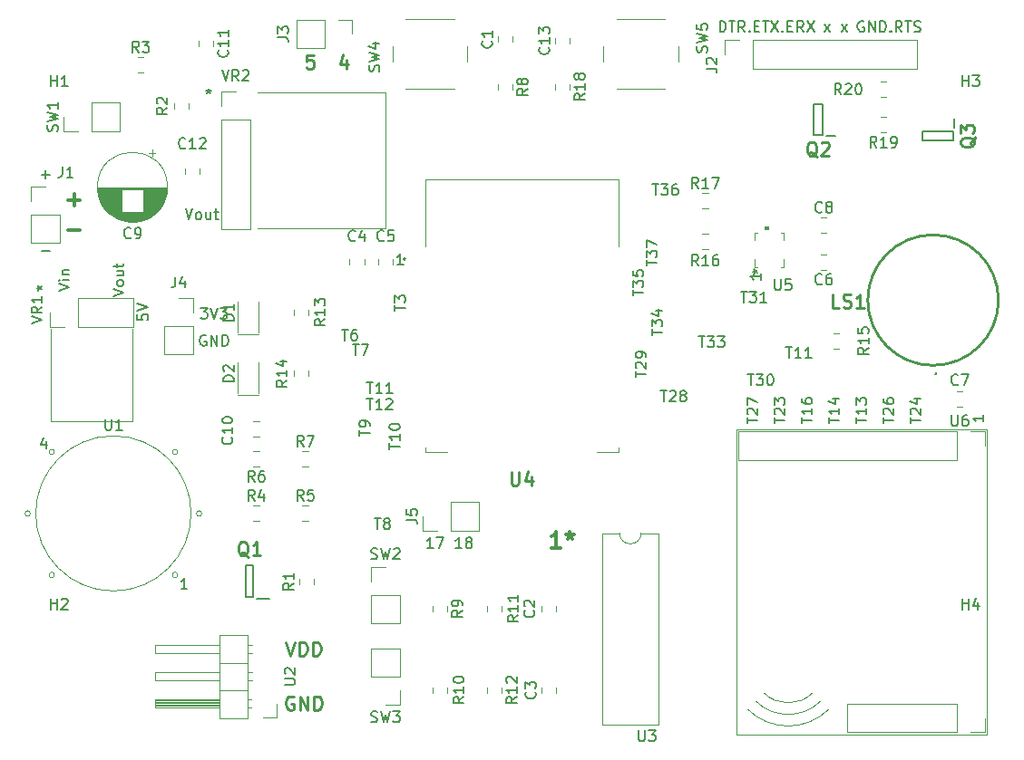
<source format=gto>
G04 #@! TF.GenerationSoftware,KiCad,Pcbnew,(5.1.5)-3*
G04 #@! TF.CreationDate,2022-03-10T20:17:17-05:00*
G04 #@! TF.ProjectId,wearer,77656172-6572-42e6-9b69-6361645f7063,rev?*
G04 #@! TF.SameCoordinates,Original*
G04 #@! TF.FileFunction,Legend,Top*
G04 #@! TF.FilePolarity,Positive*
%FSLAX46Y46*%
G04 Gerber Fmt 4.6, Leading zero omitted, Abs format (unit mm)*
G04 Created by KiCad (PCBNEW (5.1.5)-3) date 2022-03-10 20:17:17*
%MOMM*%
%LPD*%
G04 APERTURE LIST*
%ADD10C,0.150000*%
%ADD11C,0.203200*%
%ADD12C,0.228600*%
%ADD13C,0.300000*%
%ADD14C,0.120000*%
%ADD15C,0.200000*%
%ADD16C,0.100000*%
%ADD17C,0.254000*%
G04 APERTURE END LIST*
D10*
X202279380Y-59126380D02*
X202803190Y-58459714D01*
X202279380Y-58459714D02*
X202803190Y-59126380D01*
X203850809Y-59126380D02*
X204374619Y-58459714D01*
X203850809Y-58459714D02*
X204374619Y-59126380D01*
X205922857Y-58174000D02*
X205827619Y-58126380D01*
X205684761Y-58126380D01*
X205541904Y-58174000D01*
X205446666Y-58269238D01*
X205399047Y-58364476D01*
X205351428Y-58554952D01*
X205351428Y-58697809D01*
X205399047Y-58888285D01*
X205446666Y-58983523D01*
X205541904Y-59078761D01*
X205684761Y-59126380D01*
X205780000Y-59126380D01*
X205922857Y-59078761D01*
X205970476Y-59031142D01*
X205970476Y-58697809D01*
X205780000Y-58697809D01*
X206399047Y-59126380D02*
X206399047Y-58126380D01*
X206970476Y-59126380D01*
X206970476Y-58126380D01*
X207446666Y-59126380D02*
X207446666Y-58126380D01*
X207684761Y-58126380D01*
X207827619Y-58174000D01*
X207922857Y-58269238D01*
X207970476Y-58364476D01*
X208018095Y-58554952D01*
X208018095Y-58697809D01*
X207970476Y-58888285D01*
X207922857Y-58983523D01*
X207827619Y-59078761D01*
X207684761Y-59126380D01*
X207446666Y-59126380D01*
X208446666Y-59031142D02*
X208494285Y-59078761D01*
X208446666Y-59126380D01*
X208399047Y-59078761D01*
X208446666Y-59031142D01*
X208446666Y-59126380D01*
X209494285Y-59126380D02*
X209160952Y-58650190D01*
X208922857Y-59126380D02*
X208922857Y-58126380D01*
X209303809Y-58126380D01*
X209399047Y-58174000D01*
X209446666Y-58221619D01*
X209494285Y-58316857D01*
X209494285Y-58459714D01*
X209446666Y-58554952D01*
X209399047Y-58602571D01*
X209303809Y-58650190D01*
X208922857Y-58650190D01*
X209780000Y-58126380D02*
X210351428Y-58126380D01*
X210065714Y-59126380D02*
X210065714Y-58126380D01*
X210637142Y-59078761D02*
X210780000Y-59126380D01*
X211018095Y-59126380D01*
X211113333Y-59078761D01*
X211160952Y-59031142D01*
X211208571Y-58935904D01*
X211208571Y-58840666D01*
X211160952Y-58745428D01*
X211113333Y-58697809D01*
X211018095Y-58650190D01*
X210827619Y-58602571D01*
X210732380Y-58554952D01*
X210684761Y-58507333D01*
X210637142Y-58412095D01*
X210637142Y-58316857D01*
X210684761Y-58221619D01*
X210732380Y-58174000D01*
X210827619Y-58126380D01*
X211065714Y-58126380D01*
X211208571Y-58174000D01*
X192492857Y-59126380D02*
X192492857Y-58126380D01*
X192730952Y-58126380D01*
X192873809Y-58174000D01*
X192969047Y-58269238D01*
X193016666Y-58364476D01*
X193064285Y-58554952D01*
X193064285Y-58697809D01*
X193016666Y-58888285D01*
X192969047Y-58983523D01*
X192873809Y-59078761D01*
X192730952Y-59126380D01*
X192492857Y-59126380D01*
X193350000Y-58126380D02*
X193921428Y-58126380D01*
X193635714Y-59126380D02*
X193635714Y-58126380D01*
X194826190Y-59126380D02*
X194492857Y-58650190D01*
X194254761Y-59126380D02*
X194254761Y-58126380D01*
X194635714Y-58126380D01*
X194730952Y-58174000D01*
X194778571Y-58221619D01*
X194826190Y-58316857D01*
X194826190Y-58459714D01*
X194778571Y-58554952D01*
X194730952Y-58602571D01*
X194635714Y-58650190D01*
X194254761Y-58650190D01*
X195254761Y-59031142D02*
X195302380Y-59078761D01*
X195254761Y-59126380D01*
X195207142Y-59078761D01*
X195254761Y-59031142D01*
X195254761Y-59126380D01*
X195730952Y-58602571D02*
X196064285Y-58602571D01*
X196207142Y-59126380D02*
X195730952Y-59126380D01*
X195730952Y-58126380D01*
X196207142Y-58126380D01*
X196492857Y-58126380D02*
X197064285Y-58126380D01*
X196778571Y-59126380D02*
X196778571Y-58126380D01*
X197302380Y-58126380D02*
X197969047Y-59126380D01*
X197969047Y-58126380D02*
X197302380Y-59126380D01*
X198350000Y-59031142D02*
X198397619Y-59078761D01*
X198350000Y-59126380D01*
X198302380Y-59078761D01*
X198350000Y-59031142D01*
X198350000Y-59126380D01*
X198826190Y-58602571D02*
X199159523Y-58602571D01*
X199302380Y-59126380D02*
X198826190Y-59126380D01*
X198826190Y-58126380D01*
X199302380Y-58126380D01*
X200302380Y-59126380D02*
X199969047Y-58650190D01*
X199730952Y-59126380D02*
X199730952Y-58126380D01*
X200111904Y-58126380D01*
X200207142Y-58174000D01*
X200254761Y-58221619D01*
X200302380Y-58316857D01*
X200302380Y-58459714D01*
X200254761Y-58554952D01*
X200207142Y-58602571D01*
X200111904Y-58650190D01*
X199730952Y-58650190D01*
X200635714Y-58126380D02*
X201302380Y-59126380D01*
X201302380Y-58126380D02*
X200635714Y-59126380D01*
X144526095Y-87511000D02*
X144430857Y-87463380D01*
X144288000Y-87463380D01*
X144145142Y-87511000D01*
X144049904Y-87606238D01*
X144002285Y-87701476D01*
X143954666Y-87891952D01*
X143954666Y-88034809D01*
X144002285Y-88225285D01*
X144049904Y-88320523D01*
X144145142Y-88415761D01*
X144288000Y-88463380D01*
X144383238Y-88463380D01*
X144526095Y-88415761D01*
X144573714Y-88368142D01*
X144573714Y-88034809D01*
X144383238Y-88034809D01*
X145002285Y-88463380D02*
X145002285Y-87463380D01*
X145573714Y-88463380D01*
X145573714Y-87463380D01*
X146049904Y-88463380D02*
X146049904Y-87463380D01*
X146288000Y-87463380D01*
X146430857Y-87511000D01*
X146526095Y-87606238D01*
X146573714Y-87701476D01*
X146621333Y-87891952D01*
X146621333Y-88034809D01*
X146573714Y-88225285D01*
X146526095Y-88320523D01*
X146430857Y-88415761D01*
X146288000Y-88463380D01*
X146049904Y-88463380D01*
X144049904Y-84923380D02*
X144668952Y-84923380D01*
X144335619Y-85304333D01*
X144478476Y-85304333D01*
X144573714Y-85351952D01*
X144621333Y-85399571D01*
X144668952Y-85494809D01*
X144668952Y-85732904D01*
X144621333Y-85828142D01*
X144573714Y-85875761D01*
X144478476Y-85923380D01*
X144192761Y-85923380D01*
X144097523Y-85875761D01*
X144049904Y-85828142D01*
X144954666Y-84923380D02*
X145288000Y-85923380D01*
X145621333Y-84923380D01*
X145859428Y-84923380D02*
X146478476Y-84923380D01*
X146145142Y-85304333D01*
X146288000Y-85304333D01*
X146383238Y-85351952D01*
X146430857Y-85399571D01*
X146478476Y-85494809D01*
X146478476Y-85732904D01*
X146430857Y-85828142D01*
X146383238Y-85875761D01*
X146288000Y-85923380D01*
X146002285Y-85923380D01*
X145907047Y-85875761D01*
X145859428Y-85828142D01*
X159543904Y-91908380D02*
X160115333Y-91908380D01*
X159829619Y-92908380D02*
X159829619Y-91908380D01*
X160972476Y-92908380D02*
X160401047Y-92908380D01*
X160686761Y-92908380D02*
X160686761Y-91908380D01*
X160591523Y-92051238D01*
X160496285Y-92146476D01*
X160401047Y-92194095D01*
X161924857Y-92908380D02*
X161353428Y-92908380D01*
X161639142Y-92908380D02*
X161639142Y-91908380D01*
X161543904Y-92051238D01*
X161448666Y-92146476D01*
X161353428Y-92194095D01*
X165735190Y-107386380D02*
X165163761Y-107386380D01*
X165449476Y-107386380D02*
X165449476Y-106386380D01*
X165354238Y-106529238D01*
X165259000Y-106624476D01*
X165163761Y-106672095D01*
X166068523Y-106386380D02*
X166735190Y-106386380D01*
X166306619Y-107386380D01*
X168401857Y-107386380D02*
X167830428Y-107386380D01*
X168116142Y-107386380D02*
X168116142Y-106386380D01*
X168020904Y-106529238D01*
X167925666Y-106624476D01*
X167830428Y-106672095D01*
X168973285Y-106814952D02*
X168878047Y-106767333D01*
X168830428Y-106719714D01*
X168782809Y-106624476D01*
X168782809Y-106576857D01*
X168830428Y-106481619D01*
X168878047Y-106434000D01*
X168973285Y-106386380D01*
X169163761Y-106386380D01*
X169259000Y-106434000D01*
X169306619Y-106481619D01*
X169354238Y-106576857D01*
X169354238Y-106624476D01*
X169306619Y-106719714D01*
X169259000Y-106767333D01*
X169163761Y-106814952D01*
X168973285Y-106814952D01*
X168878047Y-106862571D01*
X168830428Y-106910190D01*
X168782809Y-107005428D01*
X168782809Y-107195904D01*
X168830428Y-107291142D01*
X168878047Y-107338761D01*
X168973285Y-107386380D01*
X169163761Y-107386380D01*
X169259000Y-107338761D01*
X169306619Y-107291142D01*
X169354238Y-107195904D01*
X169354238Y-107005428D01*
X169306619Y-106910190D01*
X169259000Y-106862571D01*
X169163761Y-106814952D01*
X162139380Y-85216904D02*
X162139380Y-84645476D01*
X163139380Y-84931190D02*
X162139380Y-84931190D01*
X162139380Y-84407380D02*
X162139380Y-83788333D01*
X162520333Y-84121666D01*
X162520333Y-83978809D01*
X162567952Y-83883571D01*
X162615571Y-83835952D01*
X162710809Y-83788333D01*
X162948904Y-83788333D01*
X163044142Y-83835952D01*
X163091761Y-83883571D01*
X163139380Y-83978809D01*
X163139380Y-84264523D01*
X163091761Y-84359761D01*
X163044142Y-84407380D01*
X185634380Y-80994095D02*
X185634380Y-80422666D01*
X186634380Y-80708380D02*
X185634380Y-80708380D01*
X185634380Y-80184571D02*
X185634380Y-79565523D01*
X186015333Y-79898857D01*
X186015333Y-79756000D01*
X186062952Y-79660761D01*
X186110571Y-79613142D01*
X186205809Y-79565523D01*
X186443904Y-79565523D01*
X186539142Y-79613142D01*
X186586761Y-79660761D01*
X186634380Y-79756000D01*
X186634380Y-80041714D01*
X186586761Y-80136952D01*
X186539142Y-80184571D01*
X185634380Y-79232190D02*
X185634380Y-78565523D01*
X186634380Y-78994095D01*
X186213904Y-73366380D02*
X186785333Y-73366380D01*
X186499619Y-74366380D02*
X186499619Y-73366380D01*
X187023428Y-73366380D02*
X187642476Y-73366380D01*
X187309142Y-73747333D01*
X187452000Y-73747333D01*
X187547238Y-73794952D01*
X187594857Y-73842571D01*
X187642476Y-73937809D01*
X187642476Y-74175904D01*
X187594857Y-74271142D01*
X187547238Y-74318761D01*
X187452000Y-74366380D01*
X187166285Y-74366380D01*
X187071047Y-74318761D01*
X187023428Y-74271142D01*
X188499619Y-73366380D02*
X188309142Y-73366380D01*
X188213904Y-73414000D01*
X188166285Y-73461619D01*
X188071047Y-73604476D01*
X188023428Y-73794952D01*
X188023428Y-74175904D01*
X188071047Y-74271142D01*
X188118666Y-74318761D01*
X188213904Y-74366380D01*
X188404380Y-74366380D01*
X188499619Y-74318761D01*
X188547238Y-74271142D01*
X188594857Y-74175904D01*
X188594857Y-73937809D01*
X188547238Y-73842571D01*
X188499619Y-73794952D01*
X188404380Y-73747333D01*
X188213904Y-73747333D01*
X188118666Y-73794952D01*
X188071047Y-73842571D01*
X188023428Y-73937809D01*
X184364380Y-83788095D02*
X184364380Y-83216666D01*
X185364380Y-83502380D02*
X184364380Y-83502380D01*
X184364380Y-82978571D02*
X184364380Y-82359523D01*
X184745333Y-82692857D01*
X184745333Y-82550000D01*
X184792952Y-82454761D01*
X184840571Y-82407142D01*
X184935809Y-82359523D01*
X185173904Y-82359523D01*
X185269142Y-82407142D01*
X185316761Y-82454761D01*
X185364380Y-82550000D01*
X185364380Y-82835714D01*
X185316761Y-82930952D01*
X185269142Y-82978571D01*
X184364380Y-81454761D02*
X184364380Y-81930952D01*
X184840571Y-81978571D01*
X184792952Y-81930952D01*
X184745333Y-81835714D01*
X184745333Y-81597619D01*
X184792952Y-81502380D01*
X184840571Y-81454761D01*
X184935809Y-81407142D01*
X185173904Y-81407142D01*
X185269142Y-81454761D01*
X185316761Y-81502380D01*
X185364380Y-81597619D01*
X185364380Y-81835714D01*
X185316761Y-81930952D01*
X185269142Y-81978571D01*
X186142380Y-87471095D02*
X186142380Y-86899666D01*
X187142380Y-87185380D02*
X186142380Y-87185380D01*
X186142380Y-86661571D02*
X186142380Y-86042523D01*
X186523333Y-86375857D01*
X186523333Y-86233000D01*
X186570952Y-86137761D01*
X186618571Y-86090142D01*
X186713809Y-86042523D01*
X186951904Y-86042523D01*
X187047142Y-86090142D01*
X187094761Y-86137761D01*
X187142380Y-86233000D01*
X187142380Y-86518714D01*
X187094761Y-86613952D01*
X187047142Y-86661571D01*
X186475714Y-85185380D02*
X187142380Y-85185380D01*
X186094761Y-85423476D02*
X186809047Y-85661571D01*
X186809047Y-85042523D01*
X190531904Y-87590380D02*
X191103333Y-87590380D01*
X190817619Y-88590380D02*
X190817619Y-87590380D01*
X191341428Y-87590380D02*
X191960476Y-87590380D01*
X191627142Y-87971333D01*
X191770000Y-87971333D01*
X191865238Y-88018952D01*
X191912857Y-88066571D01*
X191960476Y-88161809D01*
X191960476Y-88399904D01*
X191912857Y-88495142D01*
X191865238Y-88542761D01*
X191770000Y-88590380D01*
X191484285Y-88590380D01*
X191389047Y-88542761D01*
X191341428Y-88495142D01*
X192293809Y-87590380D02*
X192912857Y-87590380D01*
X192579523Y-87971333D01*
X192722380Y-87971333D01*
X192817619Y-88018952D01*
X192865238Y-88066571D01*
X192912857Y-88161809D01*
X192912857Y-88399904D01*
X192865238Y-88495142D01*
X192817619Y-88542761D01*
X192722380Y-88590380D01*
X192436666Y-88590380D01*
X192341428Y-88542761D01*
X192293809Y-88495142D01*
X184618380Y-91408095D02*
X184618380Y-90836666D01*
X185618380Y-91122380D02*
X184618380Y-91122380D01*
X184713619Y-90550952D02*
X184666000Y-90503333D01*
X184618380Y-90408095D01*
X184618380Y-90170000D01*
X184666000Y-90074761D01*
X184713619Y-90027142D01*
X184808857Y-89979523D01*
X184904095Y-89979523D01*
X185046952Y-90027142D01*
X185618380Y-90598571D01*
X185618380Y-89979523D01*
X185618380Y-89503333D02*
X185618380Y-89312857D01*
X185570761Y-89217619D01*
X185523142Y-89170000D01*
X185380285Y-89074761D01*
X185189809Y-89027142D01*
X184808857Y-89027142D01*
X184713619Y-89074761D01*
X184666000Y-89122380D01*
X184618380Y-89217619D01*
X184618380Y-89408095D01*
X184666000Y-89503333D01*
X184713619Y-89550952D01*
X184808857Y-89598571D01*
X185046952Y-89598571D01*
X185142190Y-89550952D01*
X185189809Y-89503333D01*
X185237428Y-89408095D01*
X185237428Y-89217619D01*
X185189809Y-89122380D01*
X185142190Y-89074761D01*
X185046952Y-89027142D01*
X186975904Y-92670380D02*
X187547333Y-92670380D01*
X187261619Y-93670380D02*
X187261619Y-92670380D01*
X187833047Y-92765619D02*
X187880666Y-92718000D01*
X187975904Y-92670380D01*
X188214000Y-92670380D01*
X188309238Y-92718000D01*
X188356857Y-92765619D01*
X188404476Y-92860857D01*
X188404476Y-92956095D01*
X188356857Y-93098952D01*
X187785428Y-93670380D01*
X188404476Y-93670380D01*
X188975904Y-93098952D02*
X188880666Y-93051333D01*
X188833047Y-93003714D01*
X188785428Y-92908476D01*
X188785428Y-92860857D01*
X188833047Y-92765619D01*
X188880666Y-92718000D01*
X188975904Y-92670380D01*
X189166380Y-92670380D01*
X189261619Y-92718000D01*
X189309238Y-92765619D01*
X189356857Y-92860857D01*
X189356857Y-92908476D01*
X189309238Y-93003714D01*
X189261619Y-93051333D01*
X189166380Y-93098952D01*
X188975904Y-93098952D01*
X188880666Y-93146571D01*
X188833047Y-93194190D01*
X188785428Y-93289428D01*
X188785428Y-93479904D01*
X188833047Y-93575142D01*
X188880666Y-93622761D01*
X188975904Y-93670380D01*
X189166380Y-93670380D01*
X189261619Y-93622761D01*
X189309238Y-93575142D01*
X189356857Y-93479904D01*
X189356857Y-93289428D01*
X189309238Y-93194190D01*
X189261619Y-93146571D01*
X189166380Y-93098952D01*
X195032380Y-95726095D02*
X195032380Y-95154666D01*
X196032380Y-95440380D02*
X195032380Y-95440380D01*
X195127619Y-94868952D02*
X195080000Y-94821333D01*
X195032380Y-94726095D01*
X195032380Y-94488000D01*
X195080000Y-94392761D01*
X195127619Y-94345142D01*
X195222857Y-94297523D01*
X195318095Y-94297523D01*
X195460952Y-94345142D01*
X196032380Y-94916571D01*
X196032380Y-94297523D01*
X195032380Y-93964190D02*
X195032380Y-93297523D01*
X196032380Y-93726095D01*
X198659904Y-88606380D02*
X199231333Y-88606380D01*
X198945619Y-89606380D02*
X198945619Y-88606380D01*
X200088476Y-89606380D02*
X199517047Y-89606380D01*
X199802761Y-89606380D02*
X199802761Y-88606380D01*
X199707523Y-88749238D01*
X199612285Y-88844476D01*
X199517047Y-88892095D01*
X201040857Y-89606380D02*
X200469428Y-89606380D01*
X200755142Y-89606380D02*
X200755142Y-88606380D01*
X200659904Y-88749238D01*
X200564666Y-88844476D01*
X200469428Y-88892095D01*
X194468904Y-83399380D02*
X195040333Y-83399380D01*
X194754619Y-84399380D02*
X194754619Y-83399380D01*
X195278428Y-83399380D02*
X195897476Y-83399380D01*
X195564142Y-83780333D01*
X195707000Y-83780333D01*
X195802238Y-83827952D01*
X195849857Y-83875571D01*
X195897476Y-83970809D01*
X195897476Y-84208904D01*
X195849857Y-84304142D01*
X195802238Y-84351761D01*
X195707000Y-84399380D01*
X195421285Y-84399380D01*
X195326047Y-84351761D01*
X195278428Y-84304142D01*
X196849857Y-84399380D02*
X196278428Y-84399380D01*
X196564142Y-84399380D02*
X196564142Y-83399380D01*
X196468904Y-83542238D01*
X196373666Y-83637476D01*
X196278428Y-83685095D01*
X195103904Y-91146380D02*
X195675333Y-91146380D01*
X195389619Y-92146380D02*
X195389619Y-91146380D01*
X195913428Y-91146380D02*
X196532476Y-91146380D01*
X196199142Y-91527333D01*
X196342000Y-91527333D01*
X196437238Y-91574952D01*
X196484857Y-91622571D01*
X196532476Y-91717809D01*
X196532476Y-91955904D01*
X196484857Y-92051142D01*
X196437238Y-92098761D01*
X196342000Y-92146380D01*
X196056285Y-92146380D01*
X195961047Y-92098761D01*
X195913428Y-92051142D01*
X197151523Y-91146380D02*
X197246761Y-91146380D01*
X197342000Y-91194000D01*
X197389619Y-91241619D01*
X197437238Y-91336857D01*
X197484857Y-91527333D01*
X197484857Y-91765428D01*
X197437238Y-91955904D01*
X197389619Y-92051142D01*
X197342000Y-92098761D01*
X197246761Y-92146380D01*
X197151523Y-92146380D01*
X197056285Y-92098761D01*
X197008666Y-92051142D01*
X196961047Y-91955904D01*
X196913428Y-91765428D01*
X196913428Y-91527333D01*
X196961047Y-91336857D01*
X197008666Y-91241619D01*
X197056285Y-91194000D01*
X197151523Y-91146380D01*
X210272380Y-95726095D02*
X210272380Y-95154666D01*
X211272380Y-95440380D02*
X210272380Y-95440380D01*
X210367619Y-94868952D02*
X210320000Y-94821333D01*
X210272380Y-94726095D01*
X210272380Y-94488000D01*
X210320000Y-94392761D01*
X210367619Y-94345142D01*
X210462857Y-94297523D01*
X210558095Y-94297523D01*
X210700952Y-94345142D01*
X211272380Y-94916571D01*
X211272380Y-94297523D01*
X210605714Y-93440380D02*
X211272380Y-93440380D01*
X210224761Y-93678476D02*
X210939047Y-93916571D01*
X210939047Y-93297523D01*
X197572380Y-95726095D02*
X197572380Y-95154666D01*
X198572380Y-95440380D02*
X197572380Y-95440380D01*
X197667619Y-94868952D02*
X197620000Y-94821333D01*
X197572380Y-94726095D01*
X197572380Y-94488000D01*
X197620000Y-94392761D01*
X197667619Y-94345142D01*
X197762857Y-94297523D01*
X197858095Y-94297523D01*
X198000952Y-94345142D01*
X198572380Y-94916571D01*
X198572380Y-94297523D01*
X197572380Y-93964190D02*
X197572380Y-93345142D01*
X197953333Y-93678476D01*
X197953333Y-93535619D01*
X198000952Y-93440380D01*
X198048571Y-93392761D01*
X198143809Y-93345142D01*
X198381904Y-93345142D01*
X198477142Y-93392761D01*
X198524761Y-93440380D01*
X198572380Y-93535619D01*
X198572380Y-93821333D01*
X198524761Y-93916571D01*
X198477142Y-93964190D01*
X207732380Y-95726095D02*
X207732380Y-95154666D01*
X208732380Y-95440380D02*
X207732380Y-95440380D01*
X207827619Y-94868952D02*
X207780000Y-94821333D01*
X207732380Y-94726095D01*
X207732380Y-94488000D01*
X207780000Y-94392761D01*
X207827619Y-94345142D01*
X207922857Y-94297523D01*
X208018095Y-94297523D01*
X208160952Y-94345142D01*
X208732380Y-94916571D01*
X208732380Y-94297523D01*
X207732380Y-93440380D02*
X207732380Y-93630857D01*
X207780000Y-93726095D01*
X207827619Y-93773714D01*
X207970476Y-93868952D01*
X208160952Y-93916571D01*
X208541904Y-93916571D01*
X208637142Y-93868952D01*
X208684761Y-93821333D01*
X208732380Y-93726095D01*
X208732380Y-93535619D01*
X208684761Y-93440380D01*
X208637142Y-93392761D01*
X208541904Y-93345142D01*
X208303809Y-93345142D01*
X208208571Y-93392761D01*
X208160952Y-93440380D01*
X208113333Y-93535619D01*
X208113333Y-93726095D01*
X208160952Y-93821333D01*
X208208571Y-93868952D01*
X208303809Y-93916571D01*
X205192380Y-95726095D02*
X205192380Y-95154666D01*
X206192380Y-95440380D02*
X205192380Y-95440380D01*
X206192380Y-94297523D02*
X206192380Y-94868952D01*
X206192380Y-94583238D02*
X205192380Y-94583238D01*
X205335238Y-94678476D01*
X205430476Y-94773714D01*
X205478095Y-94868952D01*
X205192380Y-93964190D02*
X205192380Y-93345142D01*
X205573333Y-93678476D01*
X205573333Y-93535619D01*
X205620952Y-93440380D01*
X205668571Y-93392761D01*
X205763809Y-93345142D01*
X206001904Y-93345142D01*
X206097142Y-93392761D01*
X206144761Y-93440380D01*
X206192380Y-93535619D01*
X206192380Y-93821333D01*
X206144761Y-93916571D01*
X206097142Y-93964190D01*
X202652380Y-95726095D02*
X202652380Y-95154666D01*
X203652380Y-95440380D02*
X202652380Y-95440380D01*
X203652380Y-94297523D02*
X203652380Y-94868952D01*
X203652380Y-94583238D02*
X202652380Y-94583238D01*
X202795238Y-94678476D01*
X202890476Y-94773714D01*
X202938095Y-94868952D01*
X202985714Y-93440380D02*
X203652380Y-93440380D01*
X202604761Y-93678476D02*
X203319047Y-93916571D01*
X203319047Y-93297523D01*
X200112380Y-95726095D02*
X200112380Y-95154666D01*
X201112380Y-95440380D02*
X200112380Y-95440380D01*
X201112380Y-94297523D02*
X201112380Y-94868952D01*
X201112380Y-94583238D02*
X200112380Y-94583238D01*
X200255238Y-94678476D01*
X200350476Y-94773714D01*
X200398095Y-94868952D01*
X200112380Y-93440380D02*
X200112380Y-93630857D01*
X200160000Y-93726095D01*
X200207619Y-93773714D01*
X200350476Y-93868952D01*
X200540952Y-93916571D01*
X200921904Y-93916571D01*
X201017142Y-93868952D01*
X201064761Y-93821333D01*
X201112380Y-93726095D01*
X201112380Y-93535619D01*
X201064761Y-93440380D01*
X201017142Y-93392761D01*
X200921904Y-93345142D01*
X200683809Y-93345142D01*
X200588571Y-93392761D01*
X200540952Y-93440380D01*
X200493333Y-93535619D01*
X200493333Y-93726095D01*
X200540952Y-93821333D01*
X200588571Y-93868952D01*
X200683809Y-93916571D01*
X159543904Y-93432380D02*
X160115333Y-93432380D01*
X159829619Y-94432380D02*
X159829619Y-93432380D01*
X160972476Y-94432380D02*
X160401047Y-94432380D01*
X160686761Y-94432380D02*
X160686761Y-93432380D01*
X160591523Y-93575238D01*
X160496285Y-93670476D01*
X160401047Y-93718095D01*
X161353428Y-93527619D02*
X161401047Y-93480000D01*
X161496285Y-93432380D01*
X161734380Y-93432380D01*
X161829619Y-93480000D01*
X161877238Y-93527619D01*
X161924857Y-93622857D01*
X161924857Y-93718095D01*
X161877238Y-93860952D01*
X161305809Y-94432380D01*
X161924857Y-94432380D01*
X161631380Y-98139095D02*
X161631380Y-97567666D01*
X162631380Y-97853380D02*
X161631380Y-97853380D01*
X162631380Y-96710523D02*
X162631380Y-97281952D01*
X162631380Y-96996238D02*
X161631380Y-96996238D01*
X161774238Y-97091476D01*
X161869476Y-97186714D01*
X161917095Y-97281952D01*
X161631380Y-96091476D02*
X161631380Y-95996238D01*
X161679000Y-95901000D01*
X161726619Y-95853380D01*
X161821857Y-95805761D01*
X162012333Y-95758142D01*
X162250428Y-95758142D01*
X162440904Y-95805761D01*
X162536142Y-95853380D01*
X162583761Y-95901000D01*
X162631380Y-95996238D01*
X162631380Y-96091476D01*
X162583761Y-96186714D01*
X162536142Y-96234333D01*
X162440904Y-96281952D01*
X162250428Y-96329571D01*
X162012333Y-96329571D01*
X161821857Y-96281952D01*
X161726619Y-96234333D01*
X161679000Y-96186714D01*
X161631380Y-96091476D01*
X158837380Y-96900904D02*
X158837380Y-96329476D01*
X159837380Y-96615190D02*
X158837380Y-96615190D01*
X159837380Y-95948523D02*
X159837380Y-95758047D01*
X159789761Y-95662809D01*
X159742142Y-95615190D01*
X159599285Y-95519952D01*
X159408809Y-95472333D01*
X159027857Y-95472333D01*
X158932619Y-95519952D01*
X158885000Y-95567571D01*
X158837380Y-95662809D01*
X158837380Y-95853285D01*
X158885000Y-95948523D01*
X158932619Y-95996142D01*
X159027857Y-96043761D01*
X159265952Y-96043761D01*
X159361190Y-95996142D01*
X159408809Y-95948523D01*
X159456428Y-95853285D01*
X159456428Y-95662809D01*
X159408809Y-95567571D01*
X159361190Y-95519952D01*
X159265952Y-95472333D01*
X160274095Y-104608380D02*
X160845523Y-104608380D01*
X160559809Y-105608380D02*
X160559809Y-104608380D01*
X161321714Y-105036952D02*
X161226476Y-104989333D01*
X161178857Y-104941714D01*
X161131238Y-104846476D01*
X161131238Y-104798857D01*
X161178857Y-104703619D01*
X161226476Y-104656000D01*
X161321714Y-104608380D01*
X161512190Y-104608380D01*
X161607428Y-104656000D01*
X161655047Y-104703619D01*
X161702666Y-104798857D01*
X161702666Y-104846476D01*
X161655047Y-104941714D01*
X161607428Y-104989333D01*
X161512190Y-105036952D01*
X161321714Y-105036952D01*
X161226476Y-105084571D01*
X161178857Y-105132190D01*
X161131238Y-105227428D01*
X161131238Y-105417904D01*
X161178857Y-105513142D01*
X161226476Y-105560761D01*
X161321714Y-105608380D01*
X161512190Y-105608380D01*
X161607428Y-105560761D01*
X161655047Y-105513142D01*
X161702666Y-105417904D01*
X161702666Y-105227428D01*
X161655047Y-105132190D01*
X161607428Y-105084571D01*
X161512190Y-105036952D01*
X158242095Y-88352380D02*
X158813523Y-88352380D01*
X158527809Y-89352380D02*
X158527809Y-88352380D01*
X159051619Y-88352380D02*
X159718285Y-88352380D01*
X159289714Y-89352380D01*
X157226095Y-86955380D02*
X157797523Y-86955380D01*
X157511809Y-87955380D02*
X157511809Y-86955380D01*
X158559428Y-86955380D02*
X158368952Y-86955380D01*
X158273714Y-87003000D01*
X158226095Y-87050619D01*
X158130857Y-87193476D01*
X158083238Y-87383952D01*
X158083238Y-87764904D01*
X158130857Y-87860142D01*
X158178476Y-87907761D01*
X158273714Y-87955380D01*
X158464190Y-87955380D01*
X158559428Y-87907761D01*
X158607047Y-87860142D01*
X158654666Y-87764904D01*
X158654666Y-87526809D01*
X158607047Y-87431571D01*
X158559428Y-87383952D01*
X158464190Y-87336333D01*
X158273714Y-87336333D01*
X158178476Y-87383952D01*
X158130857Y-87431571D01*
X158083238Y-87526809D01*
X129159047Y-79573428D02*
X129920952Y-79573428D01*
X129159047Y-72461428D02*
X129920952Y-72461428D01*
X129540000Y-72842380D02*
X129540000Y-72080476D01*
D11*
X138127619Y-85537523D02*
X138127619Y-86021333D01*
X138611428Y-86069714D01*
X138563047Y-86021333D01*
X138514666Y-85924571D01*
X138514666Y-85682666D01*
X138563047Y-85585904D01*
X138611428Y-85537523D01*
X138708190Y-85489142D01*
X138950095Y-85489142D01*
X139046857Y-85537523D01*
X139095238Y-85585904D01*
X139143619Y-85682666D01*
X139143619Y-85924571D01*
X139095238Y-86021333D01*
X139046857Y-86069714D01*
X138127619Y-85198857D02*
X139143619Y-84860190D01*
X138127619Y-84521523D01*
D12*
X154559000Y-61280523D02*
X153954238Y-61280523D01*
X153893761Y-61885285D01*
X153954238Y-61824809D01*
X154075190Y-61764333D01*
X154377571Y-61764333D01*
X154498523Y-61824809D01*
X154559000Y-61885285D01*
X154619476Y-62006238D01*
X154619476Y-62308619D01*
X154559000Y-62429571D01*
X154498523Y-62490047D01*
X154377571Y-62550523D01*
X154075190Y-62550523D01*
X153954238Y-62490047D01*
X153893761Y-62429571D01*
X157643285Y-61703857D02*
X157643285Y-62550523D01*
X157340904Y-61220047D02*
X157038523Y-62127190D01*
X157824714Y-62127190D01*
X152702380Y-121285000D02*
X152581428Y-121224523D01*
X152400000Y-121224523D01*
X152218571Y-121285000D01*
X152097619Y-121405952D01*
X152037142Y-121526904D01*
X151976666Y-121768809D01*
X151976666Y-121950238D01*
X152037142Y-122192142D01*
X152097619Y-122313095D01*
X152218571Y-122434047D01*
X152400000Y-122494523D01*
X152520952Y-122494523D01*
X152702380Y-122434047D01*
X152762857Y-122373571D01*
X152762857Y-121950238D01*
X152520952Y-121950238D01*
X153307142Y-122494523D02*
X153307142Y-121224523D01*
X154032857Y-122494523D01*
X154032857Y-121224523D01*
X154637619Y-122494523D02*
X154637619Y-121224523D01*
X154940000Y-121224523D01*
X155121428Y-121285000D01*
X155242380Y-121405952D01*
X155302857Y-121526904D01*
X155363333Y-121768809D01*
X155363333Y-121950238D01*
X155302857Y-122192142D01*
X155242380Y-122313095D01*
X155121428Y-122434047D01*
X154940000Y-122494523D01*
X154637619Y-122494523D01*
X151976666Y-116144523D02*
X152400000Y-117414523D01*
X152823333Y-116144523D01*
X153246666Y-117414523D02*
X153246666Y-116144523D01*
X153549047Y-116144523D01*
X153730476Y-116205000D01*
X153851428Y-116325952D01*
X153911904Y-116446904D01*
X153972380Y-116688809D01*
X153972380Y-116870238D01*
X153911904Y-117112142D01*
X153851428Y-117233095D01*
X153730476Y-117354047D01*
X153549047Y-117414523D01*
X153246666Y-117414523D01*
X154516666Y-117414523D02*
X154516666Y-116144523D01*
X154819047Y-116144523D01*
X155000476Y-116205000D01*
X155121428Y-116325952D01*
X155181904Y-116446904D01*
X155242380Y-116688809D01*
X155242380Y-116870238D01*
X155181904Y-117112142D01*
X155121428Y-117233095D01*
X155000476Y-117354047D01*
X154819047Y-117414523D01*
X154516666Y-117414523D01*
D13*
X177657142Y-107358571D02*
X176800000Y-107358571D01*
X177228571Y-107358571D02*
X177228571Y-105858571D01*
X177085714Y-106072857D01*
X176942857Y-106215714D01*
X176800000Y-106287142D01*
X178514285Y-105858571D02*
X178514285Y-106215714D01*
X178157142Y-106072857D02*
X178514285Y-106215714D01*
X178871428Y-106072857D01*
X178300000Y-106501428D02*
X178514285Y-106215714D01*
X178728571Y-106501428D01*
X132778428Y-77616857D02*
X131635571Y-77616857D01*
X132778428Y-74822857D02*
X131635571Y-74822857D01*
X132207000Y-74251428D02*
X132207000Y-75394285D01*
D14*
X137668000Y-95504000D02*
X137668000Y-86868000D01*
X130048000Y-95504000D02*
X137668000Y-95504000D01*
X130048000Y-86868000D02*
X130048000Y-95504000D01*
X132588000Y-86674000D02*
X132588000Y-84014000D01*
X129988000Y-86674000D02*
X129988000Y-85344000D01*
X132588000Y-84014000D02*
X137728000Y-84014000D01*
X131318000Y-86674000D02*
X129988000Y-86674000D01*
X132588000Y-86674000D02*
X137728000Y-86674000D01*
X137728000Y-86674000D02*
X137728000Y-84014000D01*
D15*
X148890000Y-111965000D02*
X148290000Y-111965000D01*
X148290000Y-111965000D02*
X148290000Y-109015000D01*
X148290000Y-109015000D02*
X148890000Y-109015000D01*
X148890000Y-109015000D02*
X148890000Y-111965000D01*
X150440000Y-112141000D02*
X149240000Y-112141000D01*
D14*
X149423000Y-92919000D02*
X149423000Y-90059000D01*
X147503000Y-90059000D02*
X147503000Y-92919000D01*
X147503000Y-93091000D02*
X149423000Y-93091000D01*
X149423000Y-87204000D02*
X149423000Y-84344000D01*
X147503000Y-84344000D02*
X147503000Y-87204000D01*
X147503000Y-87376000D02*
X149423000Y-87376000D01*
X178510000Y-60205252D02*
X178510000Y-59682748D01*
X177090000Y-60205252D02*
X177090000Y-59682748D01*
X163179000Y-64428000D02*
X167679000Y-64428000D01*
X161929000Y-60428000D02*
X161929000Y-61928000D01*
X167679000Y-57928000D02*
X163179000Y-57928000D01*
X168929000Y-61928000D02*
X168929000Y-60428000D01*
X188614000Y-61928000D02*
X188614000Y-60428000D01*
X187364000Y-57928000D02*
X182864000Y-57928000D01*
X181614000Y-60428000D02*
X181614000Y-61928000D01*
X182864000Y-64428000D02*
X187364000Y-64428000D01*
X207510748Y-65226000D02*
X208033252Y-65226000D01*
X207510748Y-63806000D02*
X208033252Y-63806000D01*
X208033252Y-67108000D02*
X207510748Y-67108000D01*
X208033252Y-68528000D02*
X207510748Y-68528000D01*
X177090000Y-64000748D02*
X177090000Y-64523252D01*
X178510000Y-64000748D02*
X178510000Y-64523252D01*
D15*
X214302000Y-68409000D02*
X214302000Y-69259000D01*
X214302000Y-69259000D02*
X211402000Y-69259000D01*
X211402000Y-69259000D02*
X211402000Y-68409000D01*
X211402000Y-68409000D02*
X214302000Y-68409000D01*
X214352000Y-67209000D02*
X214352000Y-68059000D01*
X202101000Y-68760000D02*
X201251000Y-68760000D01*
X201251000Y-68760000D02*
X201251000Y-65860000D01*
X201251000Y-65860000D02*
X202101000Y-65860000D01*
X202101000Y-65860000D02*
X202101000Y-68760000D01*
X203301000Y-68810000D02*
X202451000Y-68810000D01*
D14*
X192980000Y-61214000D02*
X192980000Y-59884000D01*
X192980000Y-59884000D02*
X194310000Y-59884000D01*
X195580000Y-59884000D02*
X210880000Y-59884000D01*
X210880000Y-62544000D02*
X210880000Y-59884000D01*
X195580000Y-62544000D02*
X210880000Y-62544000D01*
X195580000Y-62544000D02*
X195580000Y-59884000D01*
X141890000Y-98390000D02*
G75*
G03X141890000Y-98390000I-250000J0D01*
G01*
X141890000Y-109890000D02*
G75*
G03X141890000Y-109890000I-250000J0D01*
G01*
X144140000Y-104140000D02*
G75*
G03X144140000Y-104140000I-250000J0D01*
G01*
X143140000Y-104140000D02*
G75*
G03X143140000Y-104140000I-7250000J0D01*
G01*
X130390000Y-109890000D02*
G75*
G03X130390000Y-109890000I-250000J0D01*
G01*
X128140000Y-104140000D02*
G75*
G03X128140000Y-104140000I-250000J0D01*
G01*
X130390000Y-98390000D02*
G75*
G03X130390000Y-98390000I-250000J0D01*
G01*
X139822000Y-70454759D02*
X139192000Y-70454759D01*
X139507000Y-70139759D02*
X139507000Y-70769759D01*
X138070000Y-76881000D02*
X137266000Y-76881000D01*
X138301000Y-76841000D02*
X137035000Y-76841000D01*
X138470000Y-76801000D02*
X136866000Y-76801000D01*
X138608000Y-76761000D02*
X136728000Y-76761000D01*
X138727000Y-76721000D02*
X136609000Y-76721000D01*
X138833000Y-76681000D02*
X136503000Y-76681000D01*
X138930000Y-76641000D02*
X136406000Y-76641000D01*
X139018000Y-76601000D02*
X136318000Y-76601000D01*
X139100000Y-76561000D02*
X136236000Y-76561000D01*
X139177000Y-76521000D02*
X136159000Y-76521000D01*
X139249000Y-76481000D02*
X136087000Y-76481000D01*
X139318000Y-76441000D02*
X136018000Y-76441000D01*
X139382000Y-76401000D02*
X135954000Y-76401000D01*
X139444000Y-76361000D02*
X135892000Y-76361000D01*
X139502000Y-76321000D02*
X135834000Y-76321000D01*
X139558000Y-76281000D02*
X135778000Y-76281000D01*
X139612000Y-76241000D02*
X135724000Y-76241000D01*
X139663000Y-76201000D02*
X135673000Y-76201000D01*
X139712000Y-76161000D02*
X135624000Y-76161000D01*
X139760000Y-76121000D02*
X135576000Y-76121000D01*
X139805000Y-76081000D02*
X135531000Y-76081000D01*
X139850000Y-76041000D02*
X135486000Y-76041000D01*
X139892000Y-76001000D02*
X135444000Y-76001000D01*
X139933000Y-75961000D02*
X135403000Y-75961000D01*
X136628000Y-75921000D02*
X135363000Y-75921000D01*
X139973000Y-75921000D02*
X138708000Y-75921000D01*
X136628000Y-75881000D02*
X135325000Y-75881000D01*
X140011000Y-75881000D02*
X138708000Y-75881000D01*
X136628000Y-75841000D02*
X135288000Y-75841000D01*
X140048000Y-75841000D02*
X138708000Y-75841000D01*
X136628000Y-75801000D02*
X135252000Y-75801000D01*
X140084000Y-75801000D02*
X138708000Y-75801000D01*
X136628000Y-75761000D02*
X135218000Y-75761000D01*
X140118000Y-75761000D02*
X138708000Y-75761000D01*
X136628000Y-75721000D02*
X135184000Y-75721000D01*
X140152000Y-75721000D02*
X138708000Y-75721000D01*
X136628000Y-75681000D02*
X135152000Y-75681000D01*
X140184000Y-75681000D02*
X138708000Y-75681000D01*
X136628000Y-75641000D02*
X135120000Y-75641000D01*
X140216000Y-75641000D02*
X138708000Y-75641000D01*
X136628000Y-75601000D02*
X135090000Y-75601000D01*
X140246000Y-75601000D02*
X138708000Y-75601000D01*
X136628000Y-75561000D02*
X135061000Y-75561000D01*
X140275000Y-75561000D02*
X138708000Y-75561000D01*
X136628000Y-75521000D02*
X135032000Y-75521000D01*
X140304000Y-75521000D02*
X138708000Y-75521000D01*
X136628000Y-75481000D02*
X135004000Y-75481000D01*
X140332000Y-75481000D02*
X138708000Y-75481000D01*
X136628000Y-75441000D02*
X134978000Y-75441000D01*
X140358000Y-75441000D02*
X138708000Y-75441000D01*
X136628000Y-75401000D02*
X134952000Y-75401000D01*
X140384000Y-75401000D02*
X138708000Y-75401000D01*
X136628000Y-75361000D02*
X134926000Y-75361000D01*
X140410000Y-75361000D02*
X138708000Y-75361000D01*
X136628000Y-75321000D02*
X134902000Y-75321000D01*
X140434000Y-75321000D02*
X138708000Y-75321000D01*
X136628000Y-75281000D02*
X134878000Y-75281000D01*
X140458000Y-75281000D02*
X138708000Y-75281000D01*
X136628000Y-75241000D02*
X134856000Y-75241000D01*
X140480000Y-75241000D02*
X138708000Y-75241000D01*
X136628000Y-75201000D02*
X134834000Y-75201000D01*
X140502000Y-75201000D02*
X138708000Y-75201000D01*
X136628000Y-75161000D02*
X134812000Y-75161000D01*
X140524000Y-75161000D02*
X138708000Y-75161000D01*
X136628000Y-75121000D02*
X134792000Y-75121000D01*
X140544000Y-75121000D02*
X138708000Y-75121000D01*
X136628000Y-75081000D02*
X134772000Y-75081000D01*
X140564000Y-75081000D02*
X138708000Y-75081000D01*
X136628000Y-75041000D02*
X134752000Y-75041000D01*
X140584000Y-75041000D02*
X138708000Y-75041000D01*
X136628000Y-75001000D02*
X134734000Y-75001000D01*
X140602000Y-75001000D02*
X138708000Y-75001000D01*
X136628000Y-74961000D02*
X134716000Y-74961000D01*
X140620000Y-74961000D02*
X138708000Y-74961000D01*
X136628000Y-74921000D02*
X134698000Y-74921000D01*
X140638000Y-74921000D02*
X138708000Y-74921000D01*
X136628000Y-74881000D02*
X134682000Y-74881000D01*
X140654000Y-74881000D02*
X138708000Y-74881000D01*
X136628000Y-74841000D02*
X134666000Y-74841000D01*
X140670000Y-74841000D02*
X138708000Y-74841000D01*
X136628000Y-74801000D02*
X134650000Y-74801000D01*
X140686000Y-74801000D02*
X138708000Y-74801000D01*
X136628000Y-74761000D02*
X134635000Y-74761000D01*
X140701000Y-74761000D02*
X138708000Y-74761000D01*
X136628000Y-74721000D02*
X134621000Y-74721000D01*
X140715000Y-74721000D02*
X138708000Y-74721000D01*
X136628000Y-74681000D02*
X134607000Y-74681000D01*
X140729000Y-74681000D02*
X138708000Y-74681000D01*
X136628000Y-74641000D02*
X134594000Y-74641000D01*
X140742000Y-74641000D02*
X138708000Y-74641000D01*
X136628000Y-74601000D02*
X134582000Y-74601000D01*
X140754000Y-74601000D02*
X138708000Y-74601000D01*
X136628000Y-74561000D02*
X134570000Y-74561000D01*
X140766000Y-74561000D02*
X138708000Y-74561000D01*
X136628000Y-74521000D02*
X134558000Y-74521000D01*
X140778000Y-74521000D02*
X138708000Y-74521000D01*
X136628000Y-74481000D02*
X134547000Y-74481000D01*
X140789000Y-74481000D02*
X138708000Y-74481000D01*
X136628000Y-74441000D02*
X134537000Y-74441000D01*
X140799000Y-74441000D02*
X138708000Y-74441000D01*
X136628000Y-74401000D02*
X134527000Y-74401000D01*
X140809000Y-74401000D02*
X138708000Y-74401000D01*
X136628000Y-74361000D02*
X134518000Y-74361000D01*
X140818000Y-74361000D02*
X138708000Y-74361000D01*
X136628000Y-74320000D02*
X134509000Y-74320000D01*
X140827000Y-74320000D02*
X138708000Y-74320000D01*
X136628000Y-74280000D02*
X134501000Y-74280000D01*
X140835000Y-74280000D02*
X138708000Y-74280000D01*
X136628000Y-74240000D02*
X134493000Y-74240000D01*
X140843000Y-74240000D02*
X138708000Y-74240000D01*
X136628000Y-74200000D02*
X134486000Y-74200000D01*
X140850000Y-74200000D02*
X138708000Y-74200000D01*
X136628000Y-74160000D02*
X134479000Y-74160000D01*
X140857000Y-74160000D02*
X138708000Y-74160000D01*
X136628000Y-74120000D02*
X134473000Y-74120000D01*
X140863000Y-74120000D02*
X138708000Y-74120000D01*
X136628000Y-74080000D02*
X134467000Y-74080000D01*
X140869000Y-74080000D02*
X138708000Y-74080000D01*
X136628000Y-74040000D02*
X134462000Y-74040000D01*
X140874000Y-74040000D02*
X138708000Y-74040000D01*
X136628000Y-74000000D02*
X134457000Y-74000000D01*
X140879000Y-74000000D02*
X138708000Y-74000000D01*
X136628000Y-73960000D02*
X134453000Y-73960000D01*
X140883000Y-73960000D02*
X138708000Y-73960000D01*
X136628000Y-73920000D02*
X134450000Y-73920000D01*
X140886000Y-73920000D02*
X138708000Y-73920000D01*
X136628000Y-73880000D02*
X134446000Y-73880000D01*
X140890000Y-73880000D02*
X138708000Y-73880000D01*
X140892000Y-73840000D02*
X134444000Y-73840000D01*
X140895000Y-73800000D02*
X134441000Y-73800000D01*
X140896000Y-73760000D02*
X134440000Y-73760000D01*
X140898000Y-73720000D02*
X134438000Y-73720000D01*
X140898000Y-73680000D02*
X134438000Y-73680000D01*
X140898000Y-73640000D02*
X134438000Y-73640000D01*
X140938000Y-73640000D02*
G75*
G03X140938000Y-73640000I-3270000J0D01*
G01*
X128210000Y-73600000D02*
X129540000Y-73600000D01*
X128210000Y-74930000D02*
X128210000Y-73600000D01*
X128210000Y-76200000D02*
X130870000Y-76200000D01*
X130870000Y-76200000D02*
X130870000Y-78800000D01*
X128210000Y-76200000D02*
X128210000Y-78800000D01*
X128210000Y-78800000D02*
X130870000Y-78800000D01*
X164786000Y-105724000D02*
X164786000Y-104394000D01*
X166116000Y-105724000D02*
X164786000Y-105724000D01*
X167386000Y-105724000D02*
X167386000Y-103064000D01*
X167386000Y-103064000D02*
X169986000Y-103064000D01*
X167386000Y-105724000D02*
X169986000Y-105724000D01*
X169986000Y-105724000D02*
X169986000Y-103064000D01*
X141986000Y-84014000D02*
X143316000Y-84014000D01*
X143316000Y-84014000D02*
X143316000Y-85344000D01*
X143316000Y-86614000D02*
X143316000Y-89214000D01*
X140656000Y-89214000D02*
X143316000Y-89214000D01*
X140656000Y-86614000D02*
X140656000Y-89214000D01*
X140656000Y-86614000D02*
X143316000Y-86614000D01*
X143966000Y-72397252D02*
X143966000Y-71874748D01*
X142546000Y-72397252D02*
X142546000Y-71874748D01*
X143816000Y-59936748D02*
X143816000Y-60459252D01*
X145236000Y-59936748D02*
X145236000Y-60459252D01*
X149486252Y-95556000D02*
X148963748Y-95556000D01*
X149486252Y-96976000D02*
X148963748Y-96976000D01*
D16*
X165020001Y-97940001D02*
X165020001Y-98440001D01*
X165020001Y-98440001D02*
X167020001Y-98440001D01*
X181020001Y-98440001D02*
X183020001Y-98440001D01*
X183020001Y-98440001D02*
X183020001Y-97940001D01*
X165020001Y-79190001D02*
X165020001Y-72940001D01*
X165020001Y-72940001D02*
X183020001Y-72940001D01*
X183020001Y-72940001D02*
X183020001Y-79190001D01*
D15*
X163031001Y-80239201D02*
X163031001Y-80239201D01*
X163031001Y-80439201D02*
X163031001Y-80439201D01*
X163031001Y-80439201D02*
G75*
G03X163031001Y-80239201I0J100000D01*
G01*
X163031001Y-80239201D02*
G75*
G03X163031001Y-80439201I0J-100000D01*
G01*
D16*
G36*
X196663437Y-77343000D02*
G01*
X197044437Y-77343000D01*
X197044437Y-77597000D01*
X196663437Y-77597000D01*
X196663437Y-77343000D01*
G37*
X196663437Y-77343000D02*
X197044437Y-77343000D01*
X197044437Y-77597000D01*
X196663437Y-77597000D01*
X196663437Y-77343000D01*
D14*
X195732400Y-80382312D02*
X195732400Y-81127600D01*
X195985030Y-77876400D02*
X195732400Y-77876400D01*
X198475600Y-78621688D02*
X198475600Y-77876400D01*
X198222970Y-81127600D02*
X198475600Y-81127600D01*
X195732400Y-81127600D02*
X195985030Y-81127600D01*
X195732400Y-77876400D02*
X195732400Y-78621688D01*
X198475600Y-77876400D02*
X198222970Y-77876400D01*
X198475600Y-81127600D02*
X198475600Y-80382312D01*
X201167999Y-120903999D02*
G75*
G02X196596001Y-120903999I-2285999J2285999D01*
G01*
X202691999Y-122427999D02*
G75*
G02X195072001Y-122427999I-3809999J3809999D01*
G01*
X201929999Y-121665999D02*
G75*
G02X195834001Y-121665999I-3047999J3047999D01*
G01*
X201929999Y-121665999D02*
G75*
G02X195834001Y-121665999I-3047999J3047999D01*
G01*
X194056000Y-124841000D02*
X194056000Y-96266000D01*
X217424000Y-124841000D02*
X194056000Y-124841000D01*
X217424000Y-96266000D02*
X217424000Y-124841000D01*
X194056000Y-96266000D02*
X217424000Y-96266000D01*
X214630000Y-121930000D02*
X214630000Y-124590000D01*
X214630000Y-121930000D02*
X204410000Y-121930000D01*
X217230000Y-124590000D02*
X215900000Y-124590000D01*
X204410000Y-121930000D02*
X204410000Y-124590000D01*
X217230000Y-123260000D02*
X217230000Y-124590000D01*
X214630000Y-124590000D02*
X204410000Y-124590000D01*
X214630000Y-96460000D02*
X194250000Y-96460000D01*
X217230000Y-96460000D02*
X217230000Y-97790000D01*
X214630000Y-99120000D02*
X194250000Y-99120000D01*
X214630000Y-96460000D02*
X214630000Y-99120000D01*
X215900000Y-96460000D02*
X217230000Y-96460000D01*
X194250000Y-96460000D02*
X194250000Y-99120000D01*
X173176000Y-60078252D02*
X173176000Y-59555748D01*
X171756000Y-60078252D02*
X171756000Y-59555748D01*
X177240000Y-112768748D02*
X177240000Y-113291252D01*
X175820000Y-112768748D02*
X175820000Y-113291252D01*
X175820000Y-120911252D02*
X175820000Y-120388748D01*
X177240000Y-120911252D02*
X177240000Y-120388748D01*
X157913000Y-80383748D02*
X157913000Y-80906252D01*
X159333000Y-80383748D02*
X159333000Y-80906252D01*
X160580000Y-80383748D02*
X160580000Y-80906252D01*
X162000000Y-80383748D02*
X162000000Y-80906252D01*
X201922748Y-79935000D02*
X202445252Y-79935000D01*
X201922748Y-81355000D02*
X202445252Y-81355000D01*
X215145252Y-92762000D02*
X214622748Y-92762000D01*
X215145252Y-94182000D02*
X214622748Y-94182000D01*
X201922748Y-77926000D02*
X202445252Y-77926000D01*
X201922748Y-76506000D02*
X202445252Y-76506000D01*
X158175000Y-57979000D02*
X158175000Y-59309000D01*
X156845000Y-57979000D02*
X158175000Y-57979000D01*
X155575000Y-57979000D02*
X155575000Y-60639000D01*
X155575000Y-60639000D02*
X152975000Y-60639000D01*
X155575000Y-57979000D02*
X152975000Y-57979000D01*
X152975000Y-57979000D02*
X152975000Y-60639000D01*
D17*
X218507500Y-84201000D02*
G75*
G03X218507500Y-84201000I-6100000J0D01*
G01*
X212685590Y-91062000D02*
G75*
G03X212685590Y-91062000I-50090J0D01*
G01*
D14*
X154634000Y-110751252D02*
X154634000Y-110228748D01*
X153214000Y-110751252D02*
X153214000Y-110228748D01*
X141530000Y-65778748D02*
X141530000Y-66301252D01*
X142950000Y-65778748D02*
X142950000Y-66301252D01*
X138168748Y-62940000D02*
X138691252Y-62940000D01*
X138168748Y-61520000D02*
X138691252Y-61520000D01*
X148963748Y-104850000D02*
X149486252Y-104850000D01*
X148963748Y-103430000D02*
X149486252Y-103430000D01*
X153535748Y-104850000D02*
X154058252Y-104850000D01*
X153535748Y-103430000D02*
X154058252Y-103430000D01*
X148963748Y-99770000D02*
X149486252Y-99770000D01*
X148963748Y-98350000D02*
X149486252Y-98350000D01*
X153535748Y-99770000D02*
X154058252Y-99770000D01*
X153535748Y-98350000D02*
X154058252Y-98350000D01*
X171756000Y-64000748D02*
X171756000Y-64523252D01*
X173176000Y-64000748D02*
X173176000Y-64523252D01*
X167080000Y-112768748D02*
X167080000Y-113291252D01*
X165660000Y-112768748D02*
X165660000Y-113291252D01*
X165660000Y-120911252D02*
X165660000Y-120388748D01*
X167080000Y-120911252D02*
X167080000Y-120388748D01*
X170740000Y-113291252D02*
X170740000Y-112768748D01*
X172160000Y-113291252D02*
X172160000Y-112768748D01*
X172160000Y-120388748D02*
X172160000Y-120911252D01*
X170740000Y-120388748D02*
X170740000Y-120911252D01*
X152706000Y-85082748D02*
X152706000Y-85605252D01*
X154126000Y-85082748D02*
X154126000Y-85605252D01*
X152706000Y-90797748D02*
X152706000Y-91320252D01*
X154126000Y-90797748D02*
X154126000Y-91320252D01*
X203651752Y-87301000D02*
X203129248Y-87301000D01*
X203651752Y-88721000D02*
X203129248Y-88721000D01*
X190873748Y-78030000D02*
X191396252Y-78030000D01*
X190873748Y-79450000D02*
X191396252Y-79450000D01*
X190873748Y-74220000D02*
X191396252Y-74220000D01*
X190873748Y-75640000D02*
X191396252Y-75640000D01*
X131258000Y-68386000D02*
X131258000Y-67056000D01*
X132588000Y-68386000D02*
X131258000Y-68386000D01*
X133858000Y-68386000D02*
X133858000Y-65726000D01*
X133858000Y-65726000D02*
X136458000Y-65726000D01*
X133858000Y-68386000D02*
X136458000Y-68386000D01*
X136458000Y-68386000D02*
X136458000Y-65726000D01*
X159960000Y-114360000D02*
X162620000Y-114360000D01*
X159960000Y-111760000D02*
X159960000Y-114360000D01*
X162620000Y-111760000D02*
X162620000Y-114360000D01*
X159960000Y-111760000D02*
X162620000Y-111760000D01*
X159960000Y-110490000D02*
X159960000Y-109160000D01*
X159960000Y-109160000D02*
X161290000Y-109160000D01*
X162620000Y-116780000D02*
X159960000Y-116780000D01*
X162620000Y-119380000D02*
X162620000Y-116780000D01*
X159960000Y-119380000D02*
X159960000Y-116780000D01*
X162620000Y-119380000D02*
X159960000Y-119380000D01*
X162620000Y-120650000D02*
X162620000Y-121980000D01*
X162620000Y-121980000D02*
X161290000Y-121980000D01*
X151130000Y-123190000D02*
X149860000Y-123190000D01*
X151130000Y-121920000D02*
X151130000Y-123190000D01*
X148817071Y-116460000D02*
X148420000Y-116460000D01*
X148817071Y-117220000D02*
X148420000Y-117220000D01*
X139760000Y-116460000D02*
X145760000Y-116460000D01*
X139760000Y-117220000D02*
X139760000Y-116460000D01*
X145760000Y-117220000D02*
X139760000Y-117220000D01*
X148420000Y-118110000D02*
X145760000Y-118110000D01*
X148817071Y-119000000D02*
X148420000Y-119000000D01*
X148817071Y-119760000D02*
X148420000Y-119760000D01*
X139760000Y-119000000D02*
X145760000Y-119000000D01*
X139760000Y-119760000D02*
X139760000Y-119000000D01*
X145760000Y-119760000D02*
X139760000Y-119760000D01*
X148420000Y-120650000D02*
X145760000Y-120650000D01*
X148750000Y-121540000D02*
X148420000Y-121540000D01*
X148750000Y-122300000D02*
X148420000Y-122300000D01*
X145760000Y-121640000D02*
X139760000Y-121640000D01*
X145760000Y-121760000D02*
X139760000Y-121760000D01*
X145760000Y-121880000D02*
X139760000Y-121880000D01*
X145760000Y-122000000D02*
X139760000Y-122000000D01*
X145760000Y-122120000D02*
X139760000Y-122120000D01*
X145760000Y-122240000D02*
X139760000Y-122240000D01*
X139760000Y-121540000D02*
X145760000Y-121540000D01*
X139760000Y-122300000D02*
X139760000Y-121540000D01*
X145760000Y-122300000D02*
X139760000Y-122300000D01*
X145760000Y-123250000D02*
X148420000Y-123250000D01*
X145760000Y-115510000D02*
X145760000Y-123250000D01*
X148420000Y-115510000D02*
X145760000Y-115510000D01*
X148420000Y-123250000D02*
X148420000Y-115510000D01*
X185150000Y-105985000D02*
G75*
G02X183150000Y-105985000I-1000000J0D01*
G01*
X183150000Y-105985000D02*
X181500000Y-105985000D01*
X181500000Y-105985000D02*
X181500000Y-123885000D01*
X181500000Y-123885000D02*
X186800000Y-123885000D01*
X186800000Y-123885000D02*
X186800000Y-105985000D01*
X186800000Y-105985000D02*
X185150000Y-105985000D01*
X161290000Y-77470000D02*
X149352000Y-77470000D01*
X161290000Y-64770000D02*
X161290000Y-77470000D01*
X149352000Y-64770000D02*
X161290000Y-64770000D01*
X145990000Y-77530000D02*
X148650000Y-77530000D01*
X145990000Y-67310000D02*
X145990000Y-77530000D01*
X145990000Y-67310000D02*
X148650000Y-67310000D01*
X145990000Y-64710000D02*
X147320000Y-64710000D01*
X145990000Y-66040000D02*
X145990000Y-64710000D01*
X148650000Y-67310000D02*
X148650000Y-77530000D01*
D10*
X128230380Y-86399523D02*
X129230380Y-86066190D01*
X128230380Y-85732857D01*
X129230380Y-84828095D02*
X128754190Y-85161428D01*
X129230380Y-85399523D02*
X128230380Y-85399523D01*
X128230380Y-85018571D01*
X128278000Y-84923333D01*
X128325619Y-84875714D01*
X128420857Y-84828095D01*
X128563714Y-84828095D01*
X128658952Y-84875714D01*
X128706571Y-84923333D01*
X128754190Y-85018571D01*
X128754190Y-85399523D01*
X129230380Y-83875714D02*
X129230380Y-84447142D01*
X129230380Y-84161428D02*
X128230380Y-84161428D01*
X128373238Y-84256666D01*
X128468476Y-84351904D01*
X128516095Y-84447142D01*
X135850380Y-83819809D02*
X136850380Y-83486476D01*
X135850380Y-83153142D01*
X136850380Y-82676952D02*
X136802761Y-82772190D01*
X136755142Y-82819809D01*
X136659904Y-82867428D01*
X136374190Y-82867428D01*
X136278952Y-82819809D01*
X136231333Y-82772190D01*
X136183714Y-82676952D01*
X136183714Y-82534095D01*
X136231333Y-82438857D01*
X136278952Y-82391238D01*
X136374190Y-82343619D01*
X136659904Y-82343619D01*
X136755142Y-82391238D01*
X136802761Y-82438857D01*
X136850380Y-82534095D01*
X136850380Y-82676952D01*
X136183714Y-81486476D02*
X136850380Y-81486476D01*
X136183714Y-81915047D02*
X136707523Y-81915047D01*
X136802761Y-81867428D01*
X136850380Y-81772190D01*
X136850380Y-81629333D01*
X136802761Y-81534095D01*
X136755142Y-81486476D01*
X136183714Y-81153142D02*
X136183714Y-80772190D01*
X135850380Y-81010285D02*
X136707523Y-81010285D01*
X136802761Y-80962666D01*
X136850380Y-80867428D01*
X136850380Y-80772190D01*
X128738380Y-83058000D02*
X128976476Y-83058000D01*
X128881238Y-83296095D02*
X128976476Y-83058000D01*
X128881238Y-82819904D01*
X129166952Y-83200857D02*
X128976476Y-83058000D01*
X129166952Y-82915142D01*
X130770380Y-83319809D02*
X131770380Y-82986476D01*
X130770380Y-82653142D01*
X131770380Y-82319809D02*
X131103714Y-82319809D01*
X130770380Y-82319809D02*
X130818000Y-82367428D01*
X130865619Y-82319809D01*
X130818000Y-82272190D01*
X130770380Y-82319809D01*
X130865619Y-82319809D01*
X131103714Y-81843619D02*
X131770380Y-81843619D01*
X131198952Y-81843619D02*
X131151333Y-81796000D01*
X131103714Y-81700761D01*
X131103714Y-81557904D01*
X131151333Y-81462666D01*
X131246571Y-81415047D01*
X131770380Y-81415047D01*
D17*
X148469047Y-108185476D02*
X148348095Y-108125000D01*
X148227142Y-108004047D01*
X148045714Y-107822619D01*
X147924761Y-107762142D01*
X147803809Y-107762142D01*
X147864285Y-108064523D02*
X147743333Y-108004047D01*
X147622380Y-107883095D01*
X147561904Y-107641190D01*
X147561904Y-107217857D01*
X147622380Y-106975952D01*
X147743333Y-106855000D01*
X147864285Y-106794523D01*
X148106190Y-106794523D01*
X148227142Y-106855000D01*
X148348095Y-106975952D01*
X148408571Y-107217857D01*
X148408571Y-107641190D01*
X148348095Y-107883095D01*
X148227142Y-108004047D01*
X148106190Y-108064523D01*
X147864285Y-108064523D01*
X149618095Y-108064523D02*
X148892380Y-108064523D01*
X149255238Y-108064523D02*
X149255238Y-106794523D01*
X149134285Y-106975952D01*
X149013333Y-107096904D01*
X148892380Y-107157380D01*
D10*
X147137380Y-91797095D02*
X146137380Y-91797095D01*
X146137380Y-91559000D01*
X146185000Y-91416142D01*
X146280238Y-91320904D01*
X146375476Y-91273285D01*
X146565952Y-91225666D01*
X146708809Y-91225666D01*
X146899285Y-91273285D01*
X146994523Y-91320904D01*
X147089761Y-91416142D01*
X147137380Y-91559000D01*
X147137380Y-91797095D01*
X146232619Y-90844714D02*
X146185000Y-90797095D01*
X146137380Y-90701857D01*
X146137380Y-90463761D01*
X146185000Y-90368523D01*
X146232619Y-90320904D01*
X146327857Y-90273285D01*
X146423095Y-90273285D01*
X146565952Y-90320904D01*
X147137380Y-90892333D01*
X147137380Y-90273285D01*
X147137380Y-86082095D02*
X146137380Y-86082095D01*
X146137380Y-85844000D01*
X146185000Y-85701142D01*
X146280238Y-85605904D01*
X146375476Y-85558285D01*
X146565952Y-85510666D01*
X146708809Y-85510666D01*
X146899285Y-85558285D01*
X146994523Y-85605904D01*
X147089761Y-85701142D01*
X147137380Y-85844000D01*
X147137380Y-86082095D01*
X147137380Y-84558285D02*
X147137380Y-85129714D01*
X147137380Y-84844000D02*
X146137380Y-84844000D01*
X146280238Y-84939238D01*
X146375476Y-85034476D01*
X146423095Y-85129714D01*
X176507142Y-60586857D02*
X176554761Y-60634476D01*
X176602380Y-60777333D01*
X176602380Y-60872571D01*
X176554761Y-61015428D01*
X176459523Y-61110666D01*
X176364285Y-61158285D01*
X176173809Y-61205904D01*
X176030952Y-61205904D01*
X175840476Y-61158285D01*
X175745238Y-61110666D01*
X175650000Y-61015428D01*
X175602380Y-60872571D01*
X175602380Y-60777333D01*
X175650000Y-60634476D01*
X175697619Y-60586857D01*
X176602380Y-59634476D02*
X176602380Y-60205904D01*
X176602380Y-59920190D02*
X175602380Y-59920190D01*
X175745238Y-60015428D01*
X175840476Y-60110666D01*
X175888095Y-60205904D01*
X175602380Y-59301142D02*
X175602380Y-58682095D01*
X175983333Y-59015428D01*
X175983333Y-58872571D01*
X176030952Y-58777333D01*
X176078571Y-58729714D01*
X176173809Y-58682095D01*
X176411904Y-58682095D01*
X176507142Y-58729714D01*
X176554761Y-58777333D01*
X176602380Y-58872571D01*
X176602380Y-59158285D01*
X176554761Y-59253523D01*
X176507142Y-59301142D01*
X215138095Y-113092380D02*
X215138095Y-112092380D01*
X215138095Y-112568571D02*
X215709523Y-112568571D01*
X215709523Y-113092380D02*
X215709523Y-112092380D01*
X216614285Y-112425714D02*
X216614285Y-113092380D01*
X216376190Y-112044761D02*
X216138095Y-112759047D01*
X216757142Y-112759047D01*
X215138095Y-64206380D02*
X215138095Y-63206380D01*
X215138095Y-63682571D02*
X215709523Y-63682571D01*
X215709523Y-64206380D02*
X215709523Y-63206380D01*
X216090476Y-63206380D02*
X216709523Y-63206380D01*
X216376190Y-63587333D01*
X216519047Y-63587333D01*
X216614285Y-63634952D01*
X216661904Y-63682571D01*
X216709523Y-63777809D01*
X216709523Y-64015904D01*
X216661904Y-64111142D01*
X216614285Y-64158761D01*
X216519047Y-64206380D01*
X216233333Y-64206380D01*
X216138095Y-64158761D01*
X216090476Y-64111142D01*
X130048095Y-113092380D02*
X130048095Y-112092380D01*
X130048095Y-112568571D02*
X130619523Y-112568571D01*
X130619523Y-113092380D02*
X130619523Y-112092380D01*
X131048095Y-112187619D02*
X131095714Y-112140000D01*
X131190952Y-112092380D01*
X131429047Y-112092380D01*
X131524285Y-112140000D01*
X131571904Y-112187619D01*
X131619523Y-112282857D01*
X131619523Y-112378095D01*
X131571904Y-112520952D01*
X131000476Y-113092380D01*
X131619523Y-113092380D01*
X130048095Y-64206380D02*
X130048095Y-63206380D01*
X130048095Y-63682571D02*
X130619523Y-63682571D01*
X130619523Y-64206380D02*
X130619523Y-63206380D01*
X131619523Y-64206380D02*
X131048095Y-64206380D01*
X131333809Y-64206380D02*
X131333809Y-63206380D01*
X131238571Y-63349238D01*
X131143333Y-63444476D01*
X131048095Y-63492095D01*
X160678761Y-62801333D02*
X160726380Y-62658476D01*
X160726380Y-62420380D01*
X160678761Y-62325142D01*
X160631142Y-62277523D01*
X160535904Y-62229904D01*
X160440666Y-62229904D01*
X160345428Y-62277523D01*
X160297809Y-62325142D01*
X160250190Y-62420380D01*
X160202571Y-62610857D01*
X160154952Y-62706095D01*
X160107333Y-62753714D01*
X160012095Y-62801333D01*
X159916857Y-62801333D01*
X159821619Y-62753714D01*
X159774000Y-62706095D01*
X159726380Y-62610857D01*
X159726380Y-62372761D01*
X159774000Y-62229904D01*
X159726380Y-61896571D02*
X160726380Y-61658476D01*
X160012095Y-61468000D01*
X160726380Y-61277523D01*
X159726380Y-61039428D01*
X160059714Y-60229904D02*
X160726380Y-60229904D01*
X159678761Y-60468000D02*
X160393047Y-60706095D01*
X160393047Y-60087047D01*
X191285761Y-61023333D02*
X191333380Y-60880476D01*
X191333380Y-60642380D01*
X191285761Y-60547142D01*
X191238142Y-60499523D01*
X191142904Y-60451904D01*
X191047666Y-60451904D01*
X190952428Y-60499523D01*
X190904809Y-60547142D01*
X190857190Y-60642380D01*
X190809571Y-60832857D01*
X190761952Y-60928095D01*
X190714333Y-60975714D01*
X190619095Y-61023333D01*
X190523857Y-61023333D01*
X190428619Y-60975714D01*
X190381000Y-60928095D01*
X190333380Y-60832857D01*
X190333380Y-60594761D01*
X190381000Y-60451904D01*
X190333380Y-60118571D02*
X191333380Y-59880476D01*
X190619095Y-59690000D01*
X191333380Y-59499523D01*
X190333380Y-59261428D01*
X190333380Y-58404285D02*
X190333380Y-58880476D01*
X190809571Y-58928095D01*
X190761952Y-58880476D01*
X190714333Y-58785238D01*
X190714333Y-58547142D01*
X190761952Y-58451904D01*
X190809571Y-58404285D01*
X190904809Y-58356666D01*
X191142904Y-58356666D01*
X191238142Y-58404285D01*
X191285761Y-58451904D01*
X191333380Y-58547142D01*
X191333380Y-58785238D01*
X191285761Y-58880476D01*
X191238142Y-58928095D01*
X203827142Y-64968380D02*
X203493809Y-64492190D01*
X203255714Y-64968380D02*
X203255714Y-63968380D01*
X203636666Y-63968380D01*
X203731904Y-64016000D01*
X203779523Y-64063619D01*
X203827142Y-64158857D01*
X203827142Y-64301714D01*
X203779523Y-64396952D01*
X203731904Y-64444571D01*
X203636666Y-64492190D01*
X203255714Y-64492190D01*
X204208095Y-64063619D02*
X204255714Y-64016000D01*
X204350952Y-63968380D01*
X204589047Y-63968380D01*
X204684285Y-64016000D01*
X204731904Y-64063619D01*
X204779523Y-64158857D01*
X204779523Y-64254095D01*
X204731904Y-64396952D01*
X204160476Y-64968380D01*
X204779523Y-64968380D01*
X205398571Y-63968380D02*
X205493809Y-63968380D01*
X205589047Y-64016000D01*
X205636666Y-64063619D01*
X205684285Y-64158857D01*
X205731904Y-64349333D01*
X205731904Y-64587428D01*
X205684285Y-64777904D01*
X205636666Y-64873142D01*
X205589047Y-64920761D01*
X205493809Y-64968380D01*
X205398571Y-64968380D01*
X205303333Y-64920761D01*
X205255714Y-64873142D01*
X205208095Y-64777904D01*
X205160476Y-64587428D01*
X205160476Y-64349333D01*
X205208095Y-64158857D01*
X205255714Y-64063619D01*
X205303333Y-64016000D01*
X205398571Y-63968380D01*
X207129142Y-69920380D02*
X206795809Y-69444190D01*
X206557714Y-69920380D02*
X206557714Y-68920380D01*
X206938666Y-68920380D01*
X207033904Y-68968000D01*
X207081523Y-69015619D01*
X207129142Y-69110857D01*
X207129142Y-69253714D01*
X207081523Y-69348952D01*
X207033904Y-69396571D01*
X206938666Y-69444190D01*
X206557714Y-69444190D01*
X208081523Y-69920380D02*
X207510095Y-69920380D01*
X207795809Y-69920380D02*
X207795809Y-68920380D01*
X207700571Y-69063238D01*
X207605333Y-69158476D01*
X207510095Y-69206095D01*
X208557714Y-69920380D02*
X208748190Y-69920380D01*
X208843428Y-69872761D01*
X208891047Y-69825142D01*
X208986285Y-69682285D01*
X209033904Y-69491809D01*
X209033904Y-69110857D01*
X208986285Y-69015619D01*
X208938666Y-68968000D01*
X208843428Y-68920380D01*
X208652952Y-68920380D01*
X208557714Y-68968000D01*
X208510095Y-69015619D01*
X208462476Y-69110857D01*
X208462476Y-69348952D01*
X208510095Y-69444190D01*
X208557714Y-69491809D01*
X208652952Y-69539428D01*
X208843428Y-69539428D01*
X208938666Y-69491809D01*
X208986285Y-69444190D01*
X209033904Y-69348952D01*
X179902380Y-64904857D02*
X179426190Y-65238190D01*
X179902380Y-65476285D02*
X178902380Y-65476285D01*
X178902380Y-65095333D01*
X178950000Y-65000095D01*
X178997619Y-64952476D01*
X179092857Y-64904857D01*
X179235714Y-64904857D01*
X179330952Y-64952476D01*
X179378571Y-65000095D01*
X179426190Y-65095333D01*
X179426190Y-65476285D01*
X179902380Y-63952476D02*
X179902380Y-64523904D01*
X179902380Y-64238190D02*
X178902380Y-64238190D01*
X179045238Y-64333428D01*
X179140476Y-64428666D01*
X179188095Y-64523904D01*
X179330952Y-63381047D02*
X179283333Y-63476285D01*
X179235714Y-63523904D01*
X179140476Y-63571523D01*
X179092857Y-63571523D01*
X178997619Y-63523904D01*
X178950000Y-63476285D01*
X178902380Y-63381047D01*
X178902380Y-63190571D01*
X178950000Y-63095333D01*
X178997619Y-63047714D01*
X179092857Y-63000095D01*
X179140476Y-63000095D01*
X179235714Y-63047714D01*
X179283333Y-63095333D01*
X179330952Y-63190571D01*
X179330952Y-63381047D01*
X179378571Y-63476285D01*
X179426190Y-63523904D01*
X179521428Y-63571523D01*
X179711904Y-63571523D01*
X179807142Y-63523904D01*
X179854761Y-63476285D01*
X179902380Y-63381047D01*
X179902380Y-63190571D01*
X179854761Y-63095333D01*
X179807142Y-63047714D01*
X179711904Y-63000095D01*
X179521428Y-63000095D01*
X179426190Y-63047714D01*
X179378571Y-63095333D01*
X179330952Y-63190571D01*
D17*
X216341476Y-68954952D02*
X216281000Y-69075904D01*
X216160047Y-69196857D01*
X215978619Y-69378285D01*
X215918142Y-69499238D01*
X215918142Y-69620190D01*
X216220523Y-69559714D02*
X216160047Y-69680666D01*
X216039095Y-69801619D01*
X215797190Y-69862095D01*
X215373857Y-69862095D01*
X215131952Y-69801619D01*
X215011000Y-69680666D01*
X214950523Y-69559714D01*
X214950523Y-69317809D01*
X215011000Y-69196857D01*
X215131952Y-69075904D01*
X215373857Y-69015428D01*
X215797190Y-69015428D01*
X216039095Y-69075904D01*
X216160047Y-69196857D01*
X216220523Y-69317809D01*
X216220523Y-69559714D01*
X214950523Y-68592095D02*
X214950523Y-67805904D01*
X215434333Y-68229238D01*
X215434333Y-68047809D01*
X215494809Y-67926857D01*
X215555285Y-67866380D01*
X215676238Y-67805904D01*
X215978619Y-67805904D01*
X216099571Y-67866380D01*
X216160047Y-67926857D01*
X216220523Y-68047809D01*
X216220523Y-68410666D01*
X216160047Y-68531619D01*
X216099571Y-68592095D01*
X201555047Y-70799476D02*
X201434095Y-70739000D01*
X201313142Y-70618047D01*
X201131714Y-70436619D01*
X201010761Y-70376142D01*
X200889809Y-70376142D01*
X200950285Y-70678523D02*
X200829333Y-70618047D01*
X200708380Y-70497095D01*
X200647904Y-70255190D01*
X200647904Y-69831857D01*
X200708380Y-69589952D01*
X200829333Y-69469000D01*
X200950285Y-69408523D01*
X201192190Y-69408523D01*
X201313142Y-69469000D01*
X201434095Y-69589952D01*
X201494571Y-69831857D01*
X201494571Y-70255190D01*
X201434095Y-70497095D01*
X201313142Y-70618047D01*
X201192190Y-70678523D01*
X200950285Y-70678523D01*
X201978380Y-69529476D02*
X202038857Y-69469000D01*
X202159809Y-69408523D01*
X202462190Y-69408523D01*
X202583142Y-69469000D01*
X202643619Y-69529476D01*
X202704095Y-69650428D01*
X202704095Y-69771380D01*
X202643619Y-69952809D01*
X201917904Y-70678523D01*
X202704095Y-70678523D01*
D10*
X191222380Y-62563333D02*
X191936666Y-62563333D01*
X192079523Y-62610952D01*
X192174761Y-62706190D01*
X192222380Y-62849047D01*
X192222380Y-62944285D01*
X191317619Y-62134761D02*
X191270000Y-62087142D01*
X191222380Y-61991904D01*
X191222380Y-61753809D01*
X191270000Y-61658571D01*
X191317619Y-61610952D01*
X191412857Y-61563333D01*
X191508095Y-61563333D01*
X191650952Y-61610952D01*
X192222380Y-62182380D01*
X192222380Y-61563333D01*
X135128095Y-95342380D02*
X135128095Y-96151904D01*
X135175714Y-96247142D01*
X135223333Y-96294761D01*
X135318571Y-96342380D01*
X135509047Y-96342380D01*
X135604285Y-96294761D01*
X135651904Y-96247142D01*
X135699523Y-96151904D01*
X135699523Y-95342380D01*
X136699523Y-96342380D02*
X136128095Y-96342380D01*
X136413809Y-96342380D02*
X136413809Y-95342380D01*
X136318571Y-95485238D01*
X136223333Y-95580476D01*
X136128095Y-95628095D01*
X142779714Y-111196380D02*
X142208285Y-111196380D01*
X142494000Y-111196380D02*
X142494000Y-110196380D01*
X142398761Y-110339238D01*
X142303523Y-110434476D01*
X142208285Y-110482095D01*
X129580476Y-97425714D02*
X129580476Y-98092380D01*
X129342380Y-97044761D02*
X129104285Y-97759047D01*
X129723333Y-97759047D01*
X137501333Y-78335142D02*
X137453714Y-78382761D01*
X137310857Y-78430380D01*
X137215619Y-78430380D01*
X137072761Y-78382761D01*
X136977523Y-78287523D01*
X136929904Y-78192285D01*
X136882285Y-78001809D01*
X136882285Y-77858952D01*
X136929904Y-77668476D01*
X136977523Y-77573238D01*
X137072761Y-77478000D01*
X137215619Y-77430380D01*
X137310857Y-77430380D01*
X137453714Y-77478000D01*
X137501333Y-77525619D01*
X137977523Y-78430380D02*
X138168000Y-78430380D01*
X138263238Y-78382761D01*
X138310857Y-78335142D01*
X138406095Y-78192285D01*
X138453714Y-78001809D01*
X138453714Y-77620857D01*
X138406095Y-77525619D01*
X138358476Y-77478000D01*
X138263238Y-77430380D01*
X138072761Y-77430380D01*
X137977523Y-77478000D01*
X137929904Y-77525619D01*
X137882285Y-77620857D01*
X137882285Y-77858952D01*
X137929904Y-77954190D01*
X137977523Y-78001809D01*
X138072761Y-78049428D01*
X138263238Y-78049428D01*
X138358476Y-78001809D01*
X138406095Y-77954190D01*
X138453714Y-77858952D01*
X131111666Y-71715380D02*
X131111666Y-72429666D01*
X131064047Y-72572523D01*
X130968809Y-72667761D01*
X130825952Y-72715380D01*
X130730714Y-72715380D01*
X132111666Y-72715380D02*
X131540238Y-72715380D01*
X131825952Y-72715380D02*
X131825952Y-71715380D01*
X131730714Y-71858238D01*
X131635476Y-71953476D01*
X131540238Y-72001095D01*
X163238380Y-104727333D02*
X163952666Y-104727333D01*
X164095523Y-104774952D01*
X164190761Y-104870190D01*
X164238380Y-105013047D01*
X164238380Y-105108285D01*
X163238380Y-103774952D02*
X163238380Y-104251142D01*
X163714571Y-104298761D01*
X163666952Y-104251142D01*
X163619333Y-104155904D01*
X163619333Y-103917809D01*
X163666952Y-103822571D01*
X163714571Y-103774952D01*
X163809809Y-103727333D01*
X164047904Y-103727333D01*
X164143142Y-103774952D01*
X164190761Y-103822571D01*
X164238380Y-103917809D01*
X164238380Y-104155904D01*
X164190761Y-104251142D01*
X164143142Y-104298761D01*
X141652666Y-82026380D02*
X141652666Y-82740666D01*
X141605047Y-82883523D01*
X141509809Y-82978761D01*
X141366952Y-83026380D01*
X141271714Y-83026380D01*
X142557428Y-82359714D02*
X142557428Y-83026380D01*
X142319333Y-81978761D02*
X142081238Y-82693047D01*
X142700285Y-82693047D01*
X142613142Y-69953142D02*
X142565523Y-70000761D01*
X142422666Y-70048380D01*
X142327428Y-70048380D01*
X142184571Y-70000761D01*
X142089333Y-69905523D01*
X142041714Y-69810285D01*
X141994095Y-69619809D01*
X141994095Y-69476952D01*
X142041714Y-69286476D01*
X142089333Y-69191238D01*
X142184571Y-69096000D01*
X142327428Y-69048380D01*
X142422666Y-69048380D01*
X142565523Y-69096000D01*
X142613142Y-69143619D01*
X143565523Y-70048380D02*
X142994095Y-70048380D01*
X143279809Y-70048380D02*
X143279809Y-69048380D01*
X143184571Y-69191238D01*
X143089333Y-69286476D01*
X142994095Y-69334095D01*
X143946476Y-69143619D02*
X143994095Y-69096000D01*
X144089333Y-69048380D01*
X144327428Y-69048380D01*
X144422666Y-69096000D01*
X144470285Y-69143619D01*
X144517904Y-69238857D01*
X144517904Y-69334095D01*
X144470285Y-69476952D01*
X143898857Y-70048380D01*
X144517904Y-70048380D01*
X146533142Y-60840857D02*
X146580761Y-60888476D01*
X146628380Y-61031333D01*
X146628380Y-61126571D01*
X146580761Y-61269428D01*
X146485523Y-61364666D01*
X146390285Y-61412285D01*
X146199809Y-61459904D01*
X146056952Y-61459904D01*
X145866476Y-61412285D01*
X145771238Y-61364666D01*
X145676000Y-61269428D01*
X145628380Y-61126571D01*
X145628380Y-61031333D01*
X145676000Y-60888476D01*
X145723619Y-60840857D01*
X146628380Y-59888476D02*
X146628380Y-60459904D01*
X146628380Y-60174190D02*
X145628380Y-60174190D01*
X145771238Y-60269428D01*
X145866476Y-60364666D01*
X145914095Y-60459904D01*
X146628380Y-58936095D02*
X146628380Y-59507523D01*
X146628380Y-59221809D02*
X145628380Y-59221809D01*
X145771238Y-59317047D01*
X145866476Y-59412285D01*
X145914095Y-59507523D01*
X146915142Y-97035857D02*
X146962761Y-97083476D01*
X147010380Y-97226333D01*
X147010380Y-97321571D01*
X146962761Y-97464428D01*
X146867523Y-97559666D01*
X146772285Y-97607285D01*
X146581809Y-97654904D01*
X146438952Y-97654904D01*
X146248476Y-97607285D01*
X146153238Y-97559666D01*
X146058000Y-97464428D01*
X146010380Y-97321571D01*
X146010380Y-97226333D01*
X146058000Y-97083476D01*
X146105619Y-97035857D01*
X147010380Y-96083476D02*
X147010380Y-96654904D01*
X147010380Y-96369190D02*
X146010380Y-96369190D01*
X146153238Y-96464428D01*
X146248476Y-96559666D01*
X146296095Y-96654904D01*
X146010380Y-95464428D02*
X146010380Y-95369190D01*
X146058000Y-95273952D01*
X146105619Y-95226333D01*
X146200857Y-95178714D01*
X146391333Y-95131095D01*
X146629428Y-95131095D01*
X146819904Y-95178714D01*
X146915142Y-95226333D01*
X146962761Y-95273952D01*
X147010380Y-95369190D01*
X147010380Y-95464428D01*
X146962761Y-95559666D01*
X146915142Y-95607285D01*
X146819904Y-95654904D01*
X146629428Y-95702523D01*
X146391333Y-95702523D01*
X146200857Y-95654904D01*
X146105619Y-95607285D01*
X146058000Y-95559666D01*
X146010380Y-95464428D01*
D17*
X173022380Y-100244524D02*
X173022380Y-101272620D01*
X173082857Y-101393572D01*
X173143333Y-101454048D01*
X173264285Y-101514524D01*
X173506190Y-101514524D01*
X173627142Y-101454048D01*
X173687619Y-101393572D01*
X173748095Y-101272620D01*
X173748095Y-100244524D01*
X174897142Y-100667858D02*
X174897142Y-101514524D01*
X174594761Y-100184048D02*
X174292380Y-101091191D01*
X175078571Y-101091191D01*
D10*
X162955715Y-80892381D02*
X162384286Y-80892381D01*
X162670001Y-80892381D02*
X162670001Y-79892381D01*
X162574762Y-80035239D01*
X162479524Y-80130477D01*
X162384286Y-80178096D01*
X197612095Y-82256380D02*
X197612095Y-83065904D01*
X197659714Y-83161142D01*
X197707333Y-83208761D01*
X197802571Y-83256380D01*
X197993047Y-83256380D01*
X198088285Y-83208761D01*
X198135904Y-83161142D01*
X198183523Y-83065904D01*
X198183523Y-82256380D01*
X199135904Y-82256380D02*
X198659714Y-82256380D01*
X198612095Y-82732571D01*
X198659714Y-82684952D01*
X198754952Y-82637333D01*
X198993047Y-82637333D01*
X199088285Y-82684952D01*
X199135904Y-82732571D01*
X199183523Y-82827809D01*
X199183523Y-83065904D01*
X199135904Y-83161142D01*
X199088285Y-83208761D01*
X198993047Y-83256380D01*
X198754952Y-83256380D01*
X198659714Y-83208761D01*
X198612095Y-83161142D01*
X195556128Y-81534000D02*
X195794224Y-81534000D01*
X195698986Y-81772095D02*
X195794224Y-81534000D01*
X195698986Y-81295904D01*
X195984700Y-81676857D02*
X195794224Y-81534000D01*
X195984700Y-81391142D01*
X195556128Y-81534000D02*
X195794224Y-81534000D01*
X195698986Y-81772095D02*
X195794224Y-81534000D01*
X195698986Y-81295904D01*
X195984700Y-81676857D02*
X195794224Y-81534000D01*
X195984700Y-81391142D01*
X196356380Y-81716285D02*
X196356380Y-82287714D01*
X196356380Y-82002000D02*
X195356380Y-82002000D01*
X195499238Y-82097238D01*
X195594476Y-82192476D01*
X195642095Y-82287714D01*
X214122095Y-94956380D02*
X214122095Y-95765904D01*
X214169714Y-95861142D01*
X214217333Y-95908761D01*
X214312571Y-95956380D01*
X214503047Y-95956380D01*
X214598285Y-95908761D01*
X214645904Y-95861142D01*
X214693523Y-95765904D01*
X214693523Y-94956380D01*
X215598285Y-94956380D02*
X215407809Y-94956380D01*
X215312571Y-95004000D01*
X215264952Y-95051619D01*
X215169714Y-95194476D01*
X215122095Y-95384952D01*
X215122095Y-95765904D01*
X215169714Y-95861142D01*
X215217333Y-95908761D01*
X215312571Y-95956380D01*
X215503047Y-95956380D01*
X215598285Y-95908761D01*
X215645904Y-95861142D01*
X215693523Y-95765904D01*
X215693523Y-95527809D01*
X215645904Y-95432571D01*
X215598285Y-95384952D01*
X215503047Y-95337333D01*
X215312571Y-95337333D01*
X215217333Y-95384952D01*
X215169714Y-95432571D01*
X215122095Y-95527809D01*
X217114380Y-94964285D02*
X217114380Y-95535714D01*
X217114380Y-95250000D02*
X216114380Y-95250000D01*
X216257238Y-95345238D01*
X216352476Y-95440476D01*
X216400095Y-95535714D01*
X171173142Y-59983666D02*
X171220761Y-60031285D01*
X171268380Y-60174142D01*
X171268380Y-60269380D01*
X171220761Y-60412238D01*
X171125523Y-60507476D01*
X171030285Y-60555095D01*
X170839809Y-60602714D01*
X170696952Y-60602714D01*
X170506476Y-60555095D01*
X170411238Y-60507476D01*
X170316000Y-60412238D01*
X170268380Y-60269380D01*
X170268380Y-60174142D01*
X170316000Y-60031285D01*
X170363619Y-59983666D01*
X171268380Y-59031285D02*
X171268380Y-59602714D01*
X171268380Y-59317000D02*
X170268380Y-59317000D01*
X170411238Y-59412238D01*
X170506476Y-59507476D01*
X170554095Y-59602714D01*
X175109142Y-113196666D02*
X175156761Y-113244285D01*
X175204380Y-113387142D01*
X175204380Y-113482380D01*
X175156761Y-113625238D01*
X175061523Y-113720476D01*
X174966285Y-113768095D01*
X174775809Y-113815714D01*
X174632952Y-113815714D01*
X174442476Y-113768095D01*
X174347238Y-113720476D01*
X174252000Y-113625238D01*
X174204380Y-113482380D01*
X174204380Y-113387142D01*
X174252000Y-113244285D01*
X174299619Y-113196666D01*
X174299619Y-112815714D02*
X174252000Y-112768095D01*
X174204380Y-112672857D01*
X174204380Y-112434761D01*
X174252000Y-112339523D01*
X174299619Y-112291904D01*
X174394857Y-112244285D01*
X174490095Y-112244285D01*
X174632952Y-112291904D01*
X175204380Y-112863333D01*
X175204380Y-112244285D01*
X175237142Y-120816666D02*
X175284761Y-120864285D01*
X175332380Y-121007142D01*
X175332380Y-121102380D01*
X175284761Y-121245238D01*
X175189523Y-121340476D01*
X175094285Y-121388095D01*
X174903809Y-121435714D01*
X174760952Y-121435714D01*
X174570476Y-121388095D01*
X174475238Y-121340476D01*
X174380000Y-121245238D01*
X174332380Y-121102380D01*
X174332380Y-121007142D01*
X174380000Y-120864285D01*
X174427619Y-120816666D01*
X174332380Y-120483333D02*
X174332380Y-119864285D01*
X174713333Y-120197619D01*
X174713333Y-120054761D01*
X174760952Y-119959523D01*
X174808571Y-119911904D01*
X174903809Y-119864285D01*
X175141904Y-119864285D01*
X175237142Y-119911904D01*
X175284761Y-119959523D01*
X175332380Y-120054761D01*
X175332380Y-120340476D01*
X175284761Y-120435714D01*
X175237142Y-120483333D01*
X158456333Y-78589142D02*
X158408714Y-78636761D01*
X158265857Y-78684380D01*
X158170619Y-78684380D01*
X158027761Y-78636761D01*
X157932523Y-78541523D01*
X157884904Y-78446285D01*
X157837285Y-78255809D01*
X157837285Y-78112952D01*
X157884904Y-77922476D01*
X157932523Y-77827238D01*
X158027761Y-77732000D01*
X158170619Y-77684380D01*
X158265857Y-77684380D01*
X158408714Y-77732000D01*
X158456333Y-77779619D01*
X159313476Y-78017714D02*
X159313476Y-78684380D01*
X159075380Y-77636761D02*
X158837285Y-78351047D01*
X159456333Y-78351047D01*
X161123333Y-78589142D02*
X161075714Y-78636761D01*
X160932857Y-78684380D01*
X160837619Y-78684380D01*
X160694761Y-78636761D01*
X160599523Y-78541523D01*
X160551904Y-78446285D01*
X160504285Y-78255809D01*
X160504285Y-78112952D01*
X160551904Y-77922476D01*
X160599523Y-77827238D01*
X160694761Y-77732000D01*
X160837619Y-77684380D01*
X160932857Y-77684380D01*
X161075714Y-77732000D01*
X161123333Y-77779619D01*
X162028095Y-77684380D02*
X161551904Y-77684380D01*
X161504285Y-78160571D01*
X161551904Y-78112952D01*
X161647142Y-78065333D01*
X161885238Y-78065333D01*
X161980476Y-78112952D01*
X162028095Y-78160571D01*
X162075714Y-78255809D01*
X162075714Y-78493904D01*
X162028095Y-78589142D01*
X161980476Y-78636761D01*
X161885238Y-78684380D01*
X161647142Y-78684380D01*
X161551904Y-78636761D01*
X161504285Y-78589142D01*
X202017333Y-82653142D02*
X201969714Y-82700761D01*
X201826857Y-82748380D01*
X201731619Y-82748380D01*
X201588761Y-82700761D01*
X201493523Y-82605523D01*
X201445904Y-82510285D01*
X201398285Y-82319809D01*
X201398285Y-82176952D01*
X201445904Y-81986476D01*
X201493523Y-81891238D01*
X201588761Y-81796000D01*
X201731619Y-81748380D01*
X201826857Y-81748380D01*
X201969714Y-81796000D01*
X202017333Y-81843619D01*
X202874476Y-81748380D02*
X202684000Y-81748380D01*
X202588761Y-81796000D01*
X202541142Y-81843619D01*
X202445904Y-81986476D01*
X202398285Y-82176952D01*
X202398285Y-82557904D01*
X202445904Y-82653142D01*
X202493523Y-82700761D01*
X202588761Y-82748380D01*
X202779238Y-82748380D01*
X202874476Y-82700761D01*
X202922095Y-82653142D01*
X202969714Y-82557904D01*
X202969714Y-82319809D01*
X202922095Y-82224571D01*
X202874476Y-82176952D01*
X202779238Y-82129333D01*
X202588761Y-82129333D01*
X202493523Y-82176952D01*
X202445904Y-82224571D01*
X202398285Y-82319809D01*
X214717333Y-92051142D02*
X214669714Y-92098761D01*
X214526857Y-92146380D01*
X214431619Y-92146380D01*
X214288761Y-92098761D01*
X214193523Y-92003523D01*
X214145904Y-91908285D01*
X214098285Y-91717809D01*
X214098285Y-91574952D01*
X214145904Y-91384476D01*
X214193523Y-91289238D01*
X214288761Y-91194000D01*
X214431619Y-91146380D01*
X214526857Y-91146380D01*
X214669714Y-91194000D01*
X214717333Y-91241619D01*
X215050666Y-91146380D02*
X215717333Y-91146380D01*
X215288761Y-92146380D01*
X202017333Y-75923142D02*
X201969714Y-75970761D01*
X201826857Y-76018380D01*
X201731619Y-76018380D01*
X201588761Y-75970761D01*
X201493523Y-75875523D01*
X201445904Y-75780285D01*
X201398285Y-75589809D01*
X201398285Y-75446952D01*
X201445904Y-75256476D01*
X201493523Y-75161238D01*
X201588761Y-75066000D01*
X201731619Y-75018380D01*
X201826857Y-75018380D01*
X201969714Y-75066000D01*
X202017333Y-75113619D01*
X202588761Y-75446952D02*
X202493523Y-75399333D01*
X202445904Y-75351714D01*
X202398285Y-75256476D01*
X202398285Y-75208857D01*
X202445904Y-75113619D01*
X202493523Y-75066000D01*
X202588761Y-75018380D01*
X202779238Y-75018380D01*
X202874476Y-75066000D01*
X202922095Y-75113619D01*
X202969714Y-75208857D01*
X202969714Y-75256476D01*
X202922095Y-75351714D01*
X202874476Y-75399333D01*
X202779238Y-75446952D01*
X202588761Y-75446952D01*
X202493523Y-75494571D01*
X202445904Y-75542190D01*
X202398285Y-75637428D01*
X202398285Y-75827904D01*
X202445904Y-75923142D01*
X202493523Y-75970761D01*
X202588761Y-76018380D01*
X202779238Y-76018380D01*
X202874476Y-75970761D01*
X202922095Y-75923142D01*
X202969714Y-75827904D01*
X202969714Y-75637428D01*
X202922095Y-75542190D01*
X202874476Y-75494571D01*
X202779238Y-75446952D01*
X151217380Y-59642333D02*
X151931666Y-59642333D01*
X152074523Y-59689952D01*
X152169761Y-59785190D01*
X152217380Y-59928047D01*
X152217380Y-60023285D01*
X151217380Y-59261380D02*
X151217380Y-58642333D01*
X151598333Y-58975666D01*
X151598333Y-58832809D01*
X151645952Y-58737571D01*
X151693571Y-58689952D01*
X151788809Y-58642333D01*
X152026904Y-58642333D01*
X152122142Y-58689952D01*
X152169761Y-58737571D01*
X152217380Y-58832809D01*
X152217380Y-59118523D01*
X152169761Y-59213761D01*
X152122142Y-59261380D01*
D17*
X203653571Y-84902523D02*
X203048809Y-84902523D01*
X203048809Y-83632523D01*
X204016428Y-84842047D02*
X204197857Y-84902523D01*
X204500238Y-84902523D01*
X204621190Y-84842047D01*
X204681666Y-84781571D01*
X204742142Y-84660619D01*
X204742142Y-84539666D01*
X204681666Y-84418714D01*
X204621190Y-84358238D01*
X204500238Y-84297761D01*
X204258333Y-84237285D01*
X204137380Y-84176809D01*
X204076904Y-84116333D01*
X204016428Y-83995380D01*
X204016428Y-83874428D01*
X204076904Y-83753476D01*
X204137380Y-83693000D01*
X204258333Y-83632523D01*
X204560714Y-83632523D01*
X204742142Y-83693000D01*
X205951666Y-84902523D02*
X205225952Y-84902523D01*
X205588809Y-84902523D02*
X205588809Y-83632523D01*
X205467857Y-83813952D01*
X205346904Y-83934904D01*
X205225952Y-83995380D01*
D10*
X152726380Y-110656666D02*
X152250190Y-110990000D01*
X152726380Y-111228095D02*
X151726380Y-111228095D01*
X151726380Y-110847142D01*
X151774000Y-110751904D01*
X151821619Y-110704285D01*
X151916857Y-110656666D01*
X152059714Y-110656666D01*
X152154952Y-110704285D01*
X152202571Y-110751904D01*
X152250190Y-110847142D01*
X152250190Y-111228095D01*
X152726380Y-109704285D02*
X152726380Y-110275714D01*
X152726380Y-109990000D02*
X151726380Y-109990000D01*
X151869238Y-110085238D01*
X151964476Y-110180476D01*
X152012095Y-110275714D01*
X140914380Y-66206666D02*
X140438190Y-66540000D01*
X140914380Y-66778095D02*
X139914380Y-66778095D01*
X139914380Y-66397142D01*
X139962000Y-66301904D01*
X140009619Y-66254285D01*
X140104857Y-66206666D01*
X140247714Y-66206666D01*
X140342952Y-66254285D01*
X140390571Y-66301904D01*
X140438190Y-66397142D01*
X140438190Y-66778095D01*
X140009619Y-65825714D02*
X139962000Y-65778095D01*
X139914380Y-65682857D01*
X139914380Y-65444761D01*
X139962000Y-65349523D01*
X140009619Y-65301904D01*
X140104857Y-65254285D01*
X140200095Y-65254285D01*
X140342952Y-65301904D01*
X140914380Y-65873333D01*
X140914380Y-65254285D01*
X138263333Y-61032380D02*
X137930000Y-60556190D01*
X137691904Y-61032380D02*
X137691904Y-60032380D01*
X138072857Y-60032380D01*
X138168095Y-60080000D01*
X138215714Y-60127619D01*
X138263333Y-60222857D01*
X138263333Y-60365714D01*
X138215714Y-60460952D01*
X138168095Y-60508571D01*
X138072857Y-60556190D01*
X137691904Y-60556190D01*
X138596666Y-60032380D02*
X139215714Y-60032380D01*
X138882380Y-60413333D01*
X139025238Y-60413333D01*
X139120476Y-60460952D01*
X139168095Y-60508571D01*
X139215714Y-60603809D01*
X139215714Y-60841904D01*
X139168095Y-60937142D01*
X139120476Y-60984761D01*
X139025238Y-61032380D01*
X138739523Y-61032380D01*
X138644285Y-60984761D01*
X138596666Y-60937142D01*
X149058333Y-102942380D02*
X148725000Y-102466190D01*
X148486904Y-102942380D02*
X148486904Y-101942380D01*
X148867857Y-101942380D01*
X148963095Y-101990000D01*
X149010714Y-102037619D01*
X149058333Y-102132857D01*
X149058333Y-102275714D01*
X149010714Y-102370952D01*
X148963095Y-102418571D01*
X148867857Y-102466190D01*
X148486904Y-102466190D01*
X149915476Y-102275714D02*
X149915476Y-102942380D01*
X149677380Y-101894761D02*
X149439285Y-102609047D01*
X150058333Y-102609047D01*
X153630333Y-102942380D02*
X153297000Y-102466190D01*
X153058904Y-102942380D02*
X153058904Y-101942380D01*
X153439857Y-101942380D01*
X153535095Y-101990000D01*
X153582714Y-102037619D01*
X153630333Y-102132857D01*
X153630333Y-102275714D01*
X153582714Y-102370952D01*
X153535095Y-102418571D01*
X153439857Y-102466190D01*
X153058904Y-102466190D01*
X154535095Y-101942380D02*
X154058904Y-101942380D01*
X154011285Y-102418571D01*
X154058904Y-102370952D01*
X154154142Y-102323333D01*
X154392238Y-102323333D01*
X154487476Y-102370952D01*
X154535095Y-102418571D01*
X154582714Y-102513809D01*
X154582714Y-102751904D01*
X154535095Y-102847142D01*
X154487476Y-102894761D01*
X154392238Y-102942380D01*
X154154142Y-102942380D01*
X154058904Y-102894761D01*
X154011285Y-102847142D01*
X149058333Y-101163380D02*
X148725000Y-100687190D01*
X148486904Y-101163380D02*
X148486904Y-100163380D01*
X148867857Y-100163380D01*
X148963095Y-100211000D01*
X149010714Y-100258619D01*
X149058333Y-100353857D01*
X149058333Y-100496714D01*
X149010714Y-100591952D01*
X148963095Y-100639571D01*
X148867857Y-100687190D01*
X148486904Y-100687190D01*
X149915476Y-100163380D02*
X149725000Y-100163380D01*
X149629761Y-100211000D01*
X149582142Y-100258619D01*
X149486904Y-100401476D01*
X149439285Y-100591952D01*
X149439285Y-100972904D01*
X149486904Y-101068142D01*
X149534523Y-101115761D01*
X149629761Y-101163380D01*
X149820238Y-101163380D01*
X149915476Y-101115761D01*
X149963095Y-101068142D01*
X150010714Y-100972904D01*
X150010714Y-100734809D01*
X149963095Y-100639571D01*
X149915476Y-100591952D01*
X149820238Y-100544333D01*
X149629761Y-100544333D01*
X149534523Y-100591952D01*
X149486904Y-100639571D01*
X149439285Y-100734809D01*
X153630333Y-97862380D02*
X153297000Y-97386190D01*
X153058904Y-97862380D02*
X153058904Y-96862380D01*
X153439857Y-96862380D01*
X153535095Y-96910000D01*
X153582714Y-96957619D01*
X153630333Y-97052857D01*
X153630333Y-97195714D01*
X153582714Y-97290952D01*
X153535095Y-97338571D01*
X153439857Y-97386190D01*
X153058904Y-97386190D01*
X153963666Y-96862380D02*
X154630333Y-96862380D01*
X154201761Y-97862380D01*
X174568380Y-64428666D02*
X174092190Y-64762000D01*
X174568380Y-65000095D02*
X173568380Y-65000095D01*
X173568380Y-64619142D01*
X173616000Y-64523904D01*
X173663619Y-64476285D01*
X173758857Y-64428666D01*
X173901714Y-64428666D01*
X173996952Y-64476285D01*
X174044571Y-64523904D01*
X174092190Y-64619142D01*
X174092190Y-65000095D01*
X173996952Y-63857238D02*
X173949333Y-63952476D01*
X173901714Y-64000095D01*
X173806476Y-64047714D01*
X173758857Y-64047714D01*
X173663619Y-64000095D01*
X173616000Y-63952476D01*
X173568380Y-63857238D01*
X173568380Y-63666761D01*
X173616000Y-63571523D01*
X173663619Y-63523904D01*
X173758857Y-63476285D01*
X173806476Y-63476285D01*
X173901714Y-63523904D01*
X173949333Y-63571523D01*
X173996952Y-63666761D01*
X173996952Y-63857238D01*
X174044571Y-63952476D01*
X174092190Y-64000095D01*
X174187428Y-64047714D01*
X174377904Y-64047714D01*
X174473142Y-64000095D01*
X174520761Y-63952476D01*
X174568380Y-63857238D01*
X174568380Y-63666761D01*
X174520761Y-63571523D01*
X174473142Y-63523904D01*
X174377904Y-63476285D01*
X174187428Y-63476285D01*
X174092190Y-63523904D01*
X174044571Y-63571523D01*
X173996952Y-63666761D01*
X168472380Y-113196666D02*
X167996190Y-113530000D01*
X168472380Y-113768095D02*
X167472380Y-113768095D01*
X167472380Y-113387142D01*
X167520000Y-113291904D01*
X167567619Y-113244285D01*
X167662857Y-113196666D01*
X167805714Y-113196666D01*
X167900952Y-113244285D01*
X167948571Y-113291904D01*
X167996190Y-113387142D01*
X167996190Y-113768095D01*
X168472380Y-112720476D02*
X168472380Y-112530000D01*
X168424761Y-112434761D01*
X168377142Y-112387142D01*
X168234285Y-112291904D01*
X168043809Y-112244285D01*
X167662857Y-112244285D01*
X167567619Y-112291904D01*
X167520000Y-112339523D01*
X167472380Y-112434761D01*
X167472380Y-112625238D01*
X167520000Y-112720476D01*
X167567619Y-112768095D01*
X167662857Y-112815714D01*
X167900952Y-112815714D01*
X167996190Y-112768095D01*
X168043809Y-112720476D01*
X168091428Y-112625238D01*
X168091428Y-112434761D01*
X168043809Y-112339523D01*
X167996190Y-112291904D01*
X167900952Y-112244285D01*
X168600380Y-121292857D02*
X168124190Y-121626190D01*
X168600380Y-121864285D02*
X167600380Y-121864285D01*
X167600380Y-121483333D01*
X167648000Y-121388095D01*
X167695619Y-121340476D01*
X167790857Y-121292857D01*
X167933714Y-121292857D01*
X168028952Y-121340476D01*
X168076571Y-121388095D01*
X168124190Y-121483333D01*
X168124190Y-121864285D01*
X168600380Y-120340476D02*
X168600380Y-120911904D01*
X168600380Y-120626190D02*
X167600380Y-120626190D01*
X167743238Y-120721428D01*
X167838476Y-120816666D01*
X167886095Y-120911904D01*
X167600380Y-119721428D02*
X167600380Y-119626190D01*
X167648000Y-119530952D01*
X167695619Y-119483333D01*
X167790857Y-119435714D01*
X167981333Y-119388095D01*
X168219428Y-119388095D01*
X168409904Y-119435714D01*
X168505142Y-119483333D01*
X168552761Y-119530952D01*
X168600380Y-119626190D01*
X168600380Y-119721428D01*
X168552761Y-119816666D01*
X168505142Y-119864285D01*
X168409904Y-119911904D01*
X168219428Y-119959523D01*
X167981333Y-119959523D01*
X167790857Y-119911904D01*
X167695619Y-119864285D01*
X167648000Y-119816666D01*
X167600380Y-119721428D01*
X173680380Y-113672857D02*
X173204190Y-114006190D01*
X173680380Y-114244285D02*
X172680380Y-114244285D01*
X172680380Y-113863333D01*
X172728000Y-113768095D01*
X172775619Y-113720476D01*
X172870857Y-113672857D01*
X173013714Y-113672857D01*
X173108952Y-113720476D01*
X173156571Y-113768095D01*
X173204190Y-113863333D01*
X173204190Y-114244285D01*
X173680380Y-112720476D02*
X173680380Y-113291904D01*
X173680380Y-113006190D02*
X172680380Y-113006190D01*
X172823238Y-113101428D01*
X172918476Y-113196666D01*
X172966095Y-113291904D01*
X173680380Y-111768095D02*
X173680380Y-112339523D01*
X173680380Y-112053809D02*
X172680380Y-112053809D01*
X172823238Y-112149047D01*
X172918476Y-112244285D01*
X172966095Y-112339523D01*
X173552380Y-121292857D02*
X173076190Y-121626190D01*
X173552380Y-121864285D02*
X172552380Y-121864285D01*
X172552380Y-121483333D01*
X172600000Y-121388095D01*
X172647619Y-121340476D01*
X172742857Y-121292857D01*
X172885714Y-121292857D01*
X172980952Y-121340476D01*
X173028571Y-121388095D01*
X173076190Y-121483333D01*
X173076190Y-121864285D01*
X173552380Y-120340476D02*
X173552380Y-120911904D01*
X173552380Y-120626190D02*
X172552380Y-120626190D01*
X172695238Y-120721428D01*
X172790476Y-120816666D01*
X172838095Y-120911904D01*
X172647619Y-119959523D02*
X172600000Y-119911904D01*
X172552380Y-119816666D01*
X172552380Y-119578571D01*
X172600000Y-119483333D01*
X172647619Y-119435714D01*
X172742857Y-119388095D01*
X172838095Y-119388095D01*
X172980952Y-119435714D01*
X173552380Y-120007142D01*
X173552380Y-119388095D01*
X155646380Y-85986857D02*
X155170190Y-86320190D01*
X155646380Y-86558285D02*
X154646380Y-86558285D01*
X154646380Y-86177333D01*
X154694000Y-86082095D01*
X154741619Y-86034476D01*
X154836857Y-85986857D01*
X154979714Y-85986857D01*
X155074952Y-86034476D01*
X155122571Y-86082095D01*
X155170190Y-86177333D01*
X155170190Y-86558285D01*
X155646380Y-85034476D02*
X155646380Y-85605904D01*
X155646380Y-85320190D02*
X154646380Y-85320190D01*
X154789238Y-85415428D01*
X154884476Y-85510666D01*
X154932095Y-85605904D01*
X154646380Y-84701142D02*
X154646380Y-84082095D01*
X155027333Y-84415428D01*
X155027333Y-84272571D01*
X155074952Y-84177333D01*
X155122571Y-84129714D01*
X155217809Y-84082095D01*
X155455904Y-84082095D01*
X155551142Y-84129714D01*
X155598761Y-84177333D01*
X155646380Y-84272571D01*
X155646380Y-84558285D01*
X155598761Y-84653523D01*
X155551142Y-84701142D01*
X152090380Y-91701857D02*
X151614190Y-92035190D01*
X152090380Y-92273285D02*
X151090380Y-92273285D01*
X151090380Y-91892333D01*
X151138000Y-91797095D01*
X151185619Y-91749476D01*
X151280857Y-91701857D01*
X151423714Y-91701857D01*
X151518952Y-91749476D01*
X151566571Y-91797095D01*
X151614190Y-91892333D01*
X151614190Y-92273285D01*
X152090380Y-90749476D02*
X152090380Y-91320904D01*
X152090380Y-91035190D02*
X151090380Y-91035190D01*
X151233238Y-91130428D01*
X151328476Y-91225666D01*
X151376095Y-91320904D01*
X151423714Y-89892333D02*
X152090380Y-89892333D01*
X151042761Y-90130428D02*
X151757047Y-90368523D01*
X151757047Y-89749476D01*
X206382880Y-88653857D02*
X205906690Y-88987190D01*
X206382880Y-89225285D02*
X205382880Y-89225285D01*
X205382880Y-88844333D01*
X205430500Y-88749095D01*
X205478119Y-88701476D01*
X205573357Y-88653857D01*
X205716214Y-88653857D01*
X205811452Y-88701476D01*
X205859071Y-88749095D01*
X205906690Y-88844333D01*
X205906690Y-89225285D01*
X206382880Y-87701476D02*
X206382880Y-88272904D01*
X206382880Y-87987190D02*
X205382880Y-87987190D01*
X205525738Y-88082428D01*
X205620976Y-88177666D01*
X205668595Y-88272904D01*
X205382880Y-86796714D02*
X205382880Y-87272904D01*
X205859071Y-87320523D01*
X205811452Y-87272904D01*
X205763833Y-87177666D01*
X205763833Y-86939571D01*
X205811452Y-86844333D01*
X205859071Y-86796714D01*
X205954309Y-86749095D01*
X206192404Y-86749095D01*
X206287642Y-86796714D01*
X206335261Y-86844333D01*
X206382880Y-86939571D01*
X206382880Y-87177666D01*
X206335261Y-87272904D01*
X206287642Y-87320523D01*
X190492142Y-80970380D02*
X190158809Y-80494190D01*
X189920714Y-80970380D02*
X189920714Y-79970380D01*
X190301666Y-79970380D01*
X190396904Y-80018000D01*
X190444523Y-80065619D01*
X190492142Y-80160857D01*
X190492142Y-80303714D01*
X190444523Y-80398952D01*
X190396904Y-80446571D01*
X190301666Y-80494190D01*
X189920714Y-80494190D01*
X191444523Y-80970380D02*
X190873095Y-80970380D01*
X191158809Y-80970380D02*
X191158809Y-79970380D01*
X191063571Y-80113238D01*
X190968333Y-80208476D01*
X190873095Y-80256095D01*
X192301666Y-79970380D02*
X192111190Y-79970380D01*
X192015952Y-80018000D01*
X191968333Y-80065619D01*
X191873095Y-80208476D01*
X191825476Y-80398952D01*
X191825476Y-80779904D01*
X191873095Y-80875142D01*
X191920714Y-80922761D01*
X192015952Y-80970380D01*
X192206428Y-80970380D01*
X192301666Y-80922761D01*
X192349285Y-80875142D01*
X192396904Y-80779904D01*
X192396904Y-80541809D01*
X192349285Y-80446571D01*
X192301666Y-80398952D01*
X192206428Y-80351333D01*
X192015952Y-80351333D01*
X191920714Y-80398952D01*
X191873095Y-80446571D01*
X191825476Y-80541809D01*
X190492142Y-73732380D02*
X190158809Y-73256190D01*
X189920714Y-73732380D02*
X189920714Y-72732380D01*
X190301666Y-72732380D01*
X190396904Y-72780000D01*
X190444523Y-72827619D01*
X190492142Y-72922857D01*
X190492142Y-73065714D01*
X190444523Y-73160952D01*
X190396904Y-73208571D01*
X190301666Y-73256190D01*
X189920714Y-73256190D01*
X191444523Y-73732380D02*
X190873095Y-73732380D01*
X191158809Y-73732380D02*
X191158809Y-72732380D01*
X191063571Y-72875238D01*
X190968333Y-72970476D01*
X190873095Y-73018095D01*
X191777857Y-72732380D02*
X192444523Y-72732380D01*
X192015952Y-73732380D01*
X130662761Y-68389333D02*
X130710380Y-68246476D01*
X130710380Y-68008380D01*
X130662761Y-67913142D01*
X130615142Y-67865523D01*
X130519904Y-67817904D01*
X130424666Y-67817904D01*
X130329428Y-67865523D01*
X130281809Y-67913142D01*
X130234190Y-68008380D01*
X130186571Y-68198857D01*
X130138952Y-68294095D01*
X130091333Y-68341714D01*
X129996095Y-68389333D01*
X129900857Y-68389333D01*
X129805619Y-68341714D01*
X129758000Y-68294095D01*
X129710380Y-68198857D01*
X129710380Y-67960761D01*
X129758000Y-67817904D01*
X129710380Y-67484571D02*
X130710380Y-67246476D01*
X129996095Y-67056000D01*
X130710380Y-66865523D01*
X129710380Y-66627428D01*
X130710380Y-65722666D02*
X130710380Y-66294095D01*
X130710380Y-66008380D02*
X129710380Y-66008380D01*
X129853238Y-66103619D01*
X129948476Y-66198857D01*
X129996095Y-66294095D01*
X159956666Y-108354761D02*
X160099523Y-108402380D01*
X160337619Y-108402380D01*
X160432857Y-108354761D01*
X160480476Y-108307142D01*
X160528095Y-108211904D01*
X160528095Y-108116666D01*
X160480476Y-108021428D01*
X160432857Y-107973809D01*
X160337619Y-107926190D01*
X160147142Y-107878571D01*
X160051904Y-107830952D01*
X160004285Y-107783333D01*
X159956666Y-107688095D01*
X159956666Y-107592857D01*
X160004285Y-107497619D01*
X160051904Y-107450000D01*
X160147142Y-107402380D01*
X160385238Y-107402380D01*
X160528095Y-107450000D01*
X160861428Y-107402380D02*
X161099523Y-108402380D01*
X161290000Y-107688095D01*
X161480476Y-108402380D01*
X161718571Y-107402380D01*
X162051904Y-107497619D02*
X162099523Y-107450000D01*
X162194761Y-107402380D01*
X162432857Y-107402380D01*
X162528095Y-107450000D01*
X162575714Y-107497619D01*
X162623333Y-107592857D01*
X162623333Y-107688095D01*
X162575714Y-107830952D01*
X162004285Y-108402380D01*
X162623333Y-108402380D01*
X159956666Y-123594761D02*
X160099523Y-123642380D01*
X160337619Y-123642380D01*
X160432857Y-123594761D01*
X160480476Y-123547142D01*
X160528095Y-123451904D01*
X160528095Y-123356666D01*
X160480476Y-123261428D01*
X160432857Y-123213809D01*
X160337619Y-123166190D01*
X160147142Y-123118571D01*
X160051904Y-123070952D01*
X160004285Y-123023333D01*
X159956666Y-122928095D01*
X159956666Y-122832857D01*
X160004285Y-122737619D01*
X160051904Y-122690000D01*
X160147142Y-122642380D01*
X160385238Y-122642380D01*
X160528095Y-122690000D01*
X160861428Y-122642380D02*
X161099523Y-123642380D01*
X161290000Y-122928095D01*
X161480476Y-123642380D01*
X161718571Y-122642380D01*
X162004285Y-122642380D02*
X162623333Y-122642380D01*
X162290000Y-123023333D01*
X162432857Y-123023333D01*
X162528095Y-123070952D01*
X162575714Y-123118571D01*
X162623333Y-123213809D01*
X162623333Y-123451904D01*
X162575714Y-123547142D01*
X162528095Y-123594761D01*
X162432857Y-123642380D01*
X162147142Y-123642380D01*
X162051904Y-123594761D01*
X162004285Y-123547142D01*
X151852380Y-120141904D02*
X152661904Y-120141904D01*
X152757142Y-120094285D01*
X152804761Y-120046666D01*
X152852380Y-119951428D01*
X152852380Y-119760952D01*
X152804761Y-119665714D01*
X152757142Y-119618095D01*
X152661904Y-119570476D01*
X151852380Y-119570476D01*
X151947619Y-119141904D02*
X151900000Y-119094285D01*
X151852380Y-118999047D01*
X151852380Y-118760952D01*
X151900000Y-118665714D01*
X151947619Y-118618095D01*
X152042857Y-118570476D01*
X152138095Y-118570476D01*
X152280952Y-118618095D01*
X152852380Y-119189523D01*
X152852380Y-118570476D01*
X184912095Y-124420380D02*
X184912095Y-125229904D01*
X184959714Y-125325142D01*
X185007333Y-125372761D01*
X185102571Y-125420380D01*
X185293047Y-125420380D01*
X185388285Y-125372761D01*
X185435904Y-125325142D01*
X185483523Y-125229904D01*
X185483523Y-124420380D01*
X185864476Y-124420380D02*
X186483523Y-124420380D01*
X186150190Y-124801333D01*
X186293047Y-124801333D01*
X186388285Y-124848952D01*
X186435904Y-124896571D01*
X186483523Y-124991809D01*
X186483523Y-125229904D01*
X186435904Y-125325142D01*
X186388285Y-125372761D01*
X186293047Y-125420380D01*
X186007333Y-125420380D01*
X185912095Y-125372761D01*
X185864476Y-125325142D01*
X146010476Y-62698380D02*
X146343809Y-63698380D01*
X146677142Y-62698380D01*
X147581904Y-63698380D02*
X147248571Y-63222190D01*
X147010476Y-63698380D02*
X147010476Y-62698380D01*
X147391428Y-62698380D01*
X147486666Y-62746000D01*
X147534285Y-62793619D01*
X147581904Y-62888857D01*
X147581904Y-63031714D01*
X147534285Y-63126952D01*
X147486666Y-63174571D01*
X147391428Y-63222190D01*
X147010476Y-63222190D01*
X147962857Y-62793619D02*
X148010476Y-62746000D01*
X148105714Y-62698380D01*
X148343809Y-62698380D01*
X148439047Y-62746000D01*
X148486666Y-62793619D01*
X148534285Y-62888857D01*
X148534285Y-62984095D01*
X148486666Y-63126952D01*
X147915238Y-63698380D01*
X148534285Y-63698380D01*
X142621190Y-75652380D02*
X142954523Y-76652380D01*
X143287857Y-75652380D01*
X143764047Y-76652380D02*
X143668809Y-76604761D01*
X143621190Y-76557142D01*
X143573571Y-76461904D01*
X143573571Y-76176190D01*
X143621190Y-76080952D01*
X143668809Y-76033333D01*
X143764047Y-75985714D01*
X143906904Y-75985714D01*
X144002142Y-76033333D01*
X144049761Y-76080952D01*
X144097380Y-76176190D01*
X144097380Y-76461904D01*
X144049761Y-76557142D01*
X144002142Y-76604761D01*
X143906904Y-76652380D01*
X143764047Y-76652380D01*
X144954523Y-75985714D02*
X144954523Y-76652380D01*
X144525952Y-75985714D02*
X144525952Y-76509523D01*
X144573571Y-76604761D01*
X144668809Y-76652380D01*
X144811666Y-76652380D01*
X144906904Y-76604761D01*
X144954523Y-76557142D01*
X145287857Y-75985714D02*
X145668809Y-75985714D01*
X145430714Y-75652380D02*
X145430714Y-76509523D01*
X145478333Y-76604761D01*
X145573571Y-76652380D01*
X145668809Y-76652380D01*
X144780000Y-64476380D02*
X144780000Y-64714476D01*
X144541904Y-64619238D02*
X144780000Y-64714476D01*
X145018095Y-64619238D01*
X144637142Y-64904952D02*
X144780000Y-64714476D01*
X144922857Y-64904952D01*
M02*

</source>
